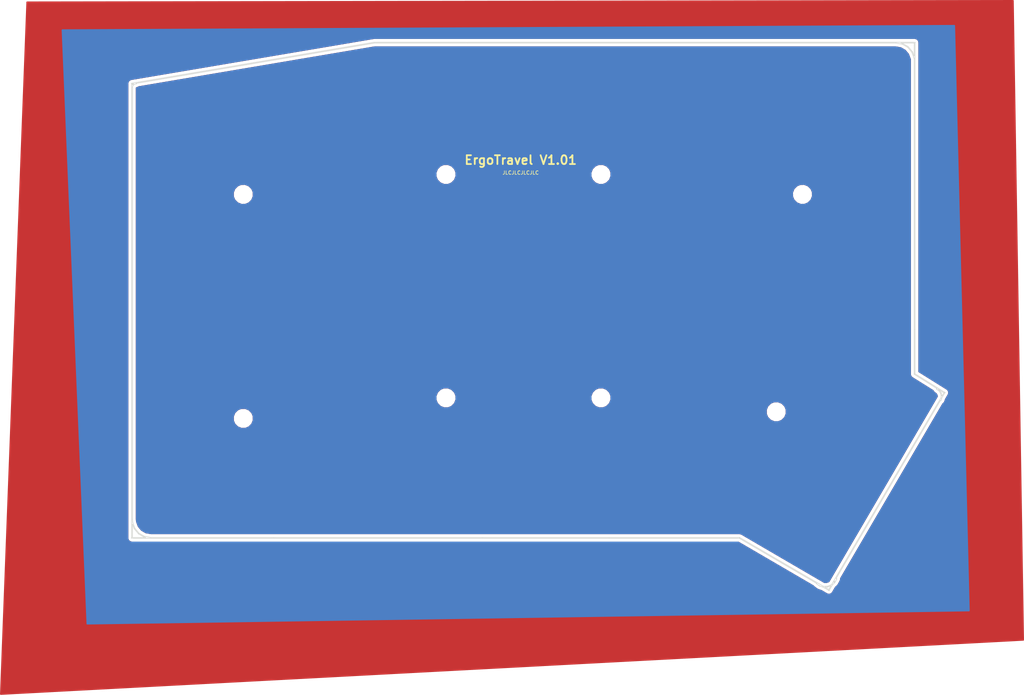
<source format=kicad_pcb>
(kicad_pcb (version 4) (host pcbnew 4.0.7)

  (general
    (links 0)
    (no_connects 0)
    (area 74.884999 46.149999 213.565001 139.745001)
    (thickness 1.6)
    (drawings 257)
    (tracks 0)
    (zones 0)
    (modules 8)
    (nets 1)
  )

  (page A4)
  (layers
    (0 F.Cu signal)
    (31 B.Cu signal)
    (32 B.Adhes user)
    (33 F.Adhes user)
    (34 B.Paste user)
    (35 F.Paste user)
    (36 B.SilkS user)
    (37 F.SilkS user)
    (38 B.Mask user)
    (39 F.Mask user)
    (40 Dwgs.User user)
    (41 Cmts.User user)
    (42 Eco1.User user)
    (43 Eco2.User user)
    (44 Edge.Cuts user)
    (45 Margin user)
    (46 B.CrtYd user)
    (47 F.CrtYd user)
    (48 B.Fab user)
    (49 F.Fab user)
  )

  (setup
    (last_trace_width 0.25)
    (trace_clearance 0.2)
    (zone_clearance 0.508)
    (zone_45_only no)
    (trace_min 0.2)
    (segment_width 0.2)
    (edge_width 0.15)
    (via_size 0.6)
    (via_drill 0.4)
    (via_min_size 0.4)
    (via_min_drill 0.3)
    (uvia_size 0.3)
    (uvia_drill 0.1)
    (uvias_allowed no)
    (uvia_min_size 0.2)
    (uvia_min_drill 0.1)
    (pcb_text_width 0.3)
    (pcb_text_size 1.5 1.5)
    (mod_edge_width 0.15)
    (mod_text_size 1 1)
    (mod_text_width 0.15)
    (pad_size 2.2 2.2)
    (pad_drill 2.2)
    (pad_to_mask_clearance 0.2)
    (aux_axis_origin 0 0)
    (visible_elements 7FFFFFFF)
    (pcbplotparams
      (layerselection 0x010f0_80000001)
      (usegerberextensions false)
      (excludeedgelayer true)
      (linewidth 0.100000)
      (plotframeref false)
      (viasonmask false)
      (mode 1)
      (useauxorigin false)
      (hpglpennumber 1)
      (hpglpenspeed 20)
      (hpglpendiameter 15)
      (hpglpenoverlay 2)
      (psnegative false)
      (psa4output false)
      (plotreference true)
      (plotvalue true)
      (plotinvisibletext false)
      (padsonsilk false)
      (subtractmaskfromsilk false)
      (outputformat 1)
      (mirror false)
      (drillshape 0)
      (scaleselection 1)
      (outputdirectory Gerber/))
  )

  (net 0 "")

  (net_class Default "This is the default net class."
    (clearance 0.2)
    (trace_width 0.25)
    (via_dia 0.6)
    (via_drill 0.4)
    (uvia_dia 0.3)
    (uvia_drill 0.1)
  )

  (module Mounting_Holes:MountingHole_2.2mm_M2_DIN965 (layer F.Cu) (tedit 5ABA75EE) (tstamp 5AB9B032)
    (at 93.96 110.35)
    (descr "Mounting Hole 2.2mm, no annular, M2, DIN965")
    (tags "mounting hole 2.2mm no annular m2 din965")
    (attr virtual)
    (fp_text reference SCREW2 (at 0 -2.9) (layer F.SilkS) hide
      (effects (font (size 1 1) (thickness 0.15)))
    )
    (fp_text value MountingHole_2.2mm_M2_DIN965 (at 0 2.9) (layer F.Fab)
      (effects (font (size 1 1) (thickness 0.15)))
    )
    (fp_text user %R (at 0.3 0) (layer F.Fab)
      (effects (font (size 1 1) (thickness 0.15)))
    )
    (fp_circle (center 0 0) (end 1.9 0) (layer Cmts.User) (width 0.15))
    (fp_circle (center 0 0) (end 2.15 0) (layer F.CrtYd) (width 0.05))
    (pad 1 np_thru_hole circle (at 0 0) (size 2.2 2.2) (drill 2.2) (layers *.Cu *.Mask))
  )

  (module Mounting_Holes:MountingHole_2.2mm_M2_DIN965 (layer F.Cu) (tedit 5ABA75DF) (tstamp 5AB9B611)
    (at 93.96 72.15)
    (descr "Mounting Hole 2.2mm, no annular, M2, DIN965")
    (tags "mounting hole 2.2mm no annular m2 din965")
    (attr virtual)
    (fp_text reference SCREW1 (at 0 -2.9) (layer F.SilkS) hide
      (effects (font (size 1 1) (thickness 0.15)))
    )
    (fp_text value MountingHole_2.2mm_M2_DIN965 (at 0 2.9) (layer F.Fab)
      (effects (font (size 1 1) (thickness 0.15)))
    )
    (fp_text user %R (at 0.3 0) (layer F.Fab)
      (effects (font (size 1 1) (thickness 0.15)))
    )
    (fp_circle (center 0 0) (end 1.9 0) (layer Cmts.User) (width 0.15))
    (fp_circle (center 0 0) (end 2.15 0) (layer F.CrtYd) (width 0.05))
    (pad 1 np_thru_hole circle (at 0 0) (size 2.2 2.2) (drill 2.2) (layers *.Cu *.Mask))
  )

  (module Mounting_Holes:MountingHole_2.2mm_M2_DIN965 (layer F.Cu) (tedit 5ABA762B) (tstamp 5AB9B612)
    (at 184.78 109.22)
    (descr "Mounting Hole 2.2mm, no annular, M2, DIN965")
    (tags "mounting hole 2.2mm no annular m2 din965")
    (attr virtual)
    (fp_text reference SCREW6 (at 0 -2.9) (layer F.SilkS) hide
      (effects (font (size 1 1) (thickness 0.15)))
    )
    (fp_text value MountingHole_2.2mm_M2_DIN965 (at 0 2.9) (layer F.Fab)
      (effects (font (size 1 1) (thickness 0.15)))
    )
    (fp_text user %R (at 0.3 0) (layer F.Fab)
      (effects (font (size 1 1) (thickness 0.15)))
    )
    (fp_circle (center 0 0) (end 1.9 0) (layer Cmts.User) (width 0.15))
    (fp_circle (center 0 0) (end 2.15 0) (layer F.CrtYd) (width 0.05))
    (pad 1 np_thru_hole circle (at 0 0) (size 2.2 2.2) (drill 2.2) (layers *.Cu *.Mask))
  )

  (module Mounting_Holes:MountingHole_2.2mm_M2_DIN965 (layer F.Cu) (tedit 5ACF05E5) (tstamp 5AB9B614)
    (at 154.91 106.85)
    (descr "Mounting Hole 2.2mm, no annular, M2, DIN965")
    (tags "mounting hole 2.2mm no annular m2 din965")
    (attr virtual)
    (fp_text reference SCREW4 (at 0 -2.9) (layer F.SilkS) hide
      (effects (font (size 1 1) (thickness 0.15)))
    )
    (fp_text value MountingHole_2.2mm_M2_DIN965 (at 0 2.9) (layer F.Fab) hide
      (effects (font (size 1 1) (thickness 0.15)))
    )
    (fp_text user %R (at 0.3 0) (layer F.Fab)
      (effects (font (size 1 1) (thickness 0.15)))
    )
    (fp_circle (center 0 0) (end 1.9 0) (layer Cmts.User) (width 0.15))
    (fp_circle (center 0 0) (end 2.15 0) (layer F.CrtYd) (width 0.05))
    (pad 1 np_thru_hole circle (at 0 0) (size 2.2 2.2) (drill 2.2) (layers *.Cu *.Mask))
  )

  (module Mounting_Holes:MountingHole_2.2mm_M2_DIN965 (layer F.Cu) (tedit 5ABA761E) (tstamp 5AB9B615)
    (at 189.25 72.15)
    (descr "Mounting Hole 2.2mm, no annular, M2, DIN965")
    (tags "mounting hole 2.2mm no annular m2 din965")
    (attr virtual)
    (fp_text reference SCREW5 (at 0 -2.9) (layer F.SilkS) hide
      (effects (font (size 1 1) (thickness 0.15)))
    )
    (fp_text value MountingHole_2.2mm_M2_DIN965 (at 0 2.9) (layer F.Fab)
      (effects (font (size 1 1) (thickness 0.15)))
    )
    (fp_text user %R (at 0.3 0) (layer F.Fab)
      (effects (font (size 1 1) (thickness 0.15)))
    )
    (fp_circle (center 0 0) (end 1.9 0) (layer Cmts.User) (width 0.15))
    (fp_circle (center 0 0) (end 2.15 0) (layer F.CrtYd) (width 0.05))
    (pad 1 np_thru_hole circle (at 0 0) (size 2.2 2.2) (drill 2.2) (layers *.Cu *.Mask))
  )

  (module Mounting_Holes:MountingHole_2.2mm_M2_DIN965 (layer F.Cu) (tedit 5ABA75FB) (tstamp 5AB9B616)
    (at 128.5 68.75)
    (descr "Mounting Hole 2.2mm, no annular, M2, DIN965")
    (tags "mounting hole 2.2mm no annular m2 din965")
    (attr virtual)
    (fp_text reference SCREW3 (at 0 -2.9) (layer F.SilkS) hide
      (effects (font (size 1 1) (thickness 0.15)))
    )
    (fp_text value MountingHole_2.2mm_M2_DIN965 (at 0 2.9) (layer F.Fab)
      (effects (font (size 1 1) (thickness 0.15)))
    )
    (fp_text user %R (at 0.3 0) (layer F.Fab)
      (effects (font (size 1 1) (thickness 0.15)))
    )
    (fp_circle (center 0 0) (end 1.9 0) (layer Cmts.User) (width 0.15))
    (fp_circle (center 0 0) (end 2.15 0) (layer F.CrtYd) (width 0.05))
    (pad 1 np_thru_hole circle (at 0 0) (size 2.2 2.2) (drill 2.2) (layers *.Cu *.Mask))
  )

  (module Mounting_Holes:MountingHole_2.2mm_M2_DIN965 (layer F.Cu) (tedit 5ACF0598) (tstamp 5ACF056B)
    (at 128.5 106.85)
    (descr "Mounting Hole 2.2mm, no annular, M2, DIN965")
    (tags "mounting hole 2.2mm no annular m2 din965")
    (attr virtual)
    (fp_text reference SCREW7 (at 0 -2.9) (layer F.SilkS) hide
      (effects (font (size 1 1) (thickness 0.15)))
    )
    (fp_text value MountingHole_2.2mm_M2_DIN965 (at 0 2.9) (layer F.Fab) hide
      (effects (font (size 1 1) (thickness 0.15)))
    )
    (fp_text user %R (at 0.3 0) (layer F.Fab) hide
      (effects (font (size 1 1) (thickness 0.15)))
    )
    (fp_circle (center 0 0) (end 1.9 0) (layer Cmts.User) (width 0.15))
    (fp_circle (center 0 0) (end 2.15 0) (layer F.CrtYd) (width 0.05))
    (pad 1 np_thru_hole circle (at 0 0) (size 2.2 2.2) (drill 2.2) (layers *.Cu *.Mask))
  )

  (module Mounting_Holes:MountingHole_2.2mm_M2_DIN965 (layer F.Cu) (tedit 5ACF05B7) (tstamp 5ACF0578)
    (at 154.91 68.75)
    (descr "Mounting Hole 2.2mm, no annular, M2, DIN965")
    (tags "mounting hole 2.2mm no annular m2 din965")
    (attr virtual)
    (fp_text reference SCREW8 (at 0 -2.9) (layer F.SilkS) hide
      (effects (font (size 1 1) (thickness 0.15)))
    )
    (fp_text value MountingHole_2.2mm_M2_DIN965 (at 0 2.9) (layer F.Fab) hide
      (effects (font (size 1 1) (thickness 0.15)))
    )
    (fp_text user %R (at 0.3 0) (layer F.Fab)
      (effects (font (size 1 1) (thickness 0.15)))
    )
    (fp_circle (center 0 0) (end 1.9 0) (layer Cmts.User) (width 0.15))
    (fp_circle (center 0 0) (end 2.15 0) (layer F.CrtYd) (width 0.05))
    (pad 1 np_thru_hole circle (at 0 0) (size 2.2 2.2) (drill 2.2) (layers *.Cu *.Mask))
  )

  (gr_text "ErgoTravel V1.01" (at 141.224 66.294) (layer F.SilkS)
    (effects (font (size 1.5 1.5) (thickness 0.3)))
  )
  (gr_text JLCJLCJLCJLC (at 141.224 68.453) (layer F.SilkS)
    (effects (font (size 0.6 0.6) (thickness 0.1)))
  )
  (gr_line (start 206.284 46.3926) (end 206.308 46.4015) (layer Edge.Cuts) (width 0.1))
  (gr_line (start 207.283 46.9696) (end 207.992 47.8143) (layer Edge.Cuts) (width 0.1))
  (gr_line (start 208.285 48.5793) (end 208.285 46.35) (layer Edge.Cuts) (width 0.1))
  (gr_line (start 207.998 47.8252) (end 208.005 47.836) (layer Edge.Cuts) (width 0.1))
  (gr_line (start 207.263 46.9529) (end 207.283 46.9696) (layer Edge.Cuts) (width 0.1))
  (gr_line (start 75.275 53.2912) (end 75.085 53.3234) (layer Edge.Cuts) (width 0.1))
  (gr_line (start 206.308 46.4015) (end 206.308 46.4015) (layer Edge.Cuts) (width 0.1))
  (gr_line (start 208.285 46.35) (end 206.042 46.35) (layer Edge.Cuts) (width 0.1))
  (gr_line (start 208.005 47.836) (end 208.285 48.5793) (layer Edge.Cuts) (width 0.1))
  (gr_line (start 207.992 47.8143) (end 207.998 47.8252) (layer Edge.Cuts) (width 0.1))
  (gr_line (start 206.042 46.35) (end 206.284 46.3926) (layer Edge.Cuts) (width 0.1))
  (gr_line (start 207.283 46.9696) (end 207.283 46.9696) (layer Edge.Cuts) (width 0.1))
  (gr_line (start 206.308 46.4015) (end 207.263 46.9529) (layer Edge.Cuts) (width 0.1))
  (gr_line (start 207.869 47.9009) (end 207.177 47.0761) (layer Edge.Cuts) (width 0.1))
  (gr_line (start 208.241 48.8762) (end 208.228 48.8538) (layer Edge.Cuts) (width 0.1))
  (gr_line (start 208.289 102.813) (end 208.287 102.802) (layer Edge.Cuts) (width 0.1))
  (gr_line (start 212.095 105.321) (end 212.103 105.296) (layer Edge.Cuts) (width 0.1))
  (gr_line (start 208.301 102.836) (end 208.295 102.826) (layer Edge.Cuts) (width 0.1))
  (gr_line (start 212.611 105.564) (end 212.611 105.564) (layer Edge.Cuts) (width 0.1))
  (gr_line (start 75.085 130.655) (end 77.3277 130.655) (layer Edge.Cuts) (width 0.1))
  (gr_line (start 194.616 138.296) (end 194.633 138.281) (layer Edge.Cuts) (width 0.1))
  (gr_line (start 208.295 102.826) (end 208.29 102.816) (layer Edge.Cuts) (width 0.1))
  (gr_line (start 75.3649 129.168) (end 75.085 128.399) (layer Edge.Cuts) (width 0.1))
  (gr_line (start 76.0867 130.035) (end 76.0867 130.035) (layer Edge.Cuts) (width 0.1))
  (gr_line (start 212.118 105.276) (end 212.14 105.261) (layer Edge.Cuts) (width 0.1))
  (gr_line (start 75.085 53.3234) (end 75.085 53.4642) (layer Edge.Cuts) (width 0.1))
  (gr_line (start 212.629 105.582) (end 212.9 105.994) (layer Edge.Cuts) (width 0.1))
  (gr_line (start 208.302 102.837) (end 208.301 102.836) (layer Edge.Cuts) (width 0.1))
  (gr_line (start 213.025 106.497) (end 213.025 106.498) (layer Edge.Cuts) (width 0.1))
  (gr_line (start 208.262 48.8927) (end 208.241 48.8762) (layer Edge.Cuts) (width 0.1))
  (gr_line (start 212.9 105.994) (end 212.904 106.003) (layer Edge.Cuts) (width 0.1))
  (gr_line (start 76.0867 130.035) (end 75.3779 129.191) (layer Edge.Cuts) (width 0.1))
  (gr_line (start 194.633 138.281) (end 194.735 138.093) (layer Edge.Cuts) (width 0.1))
  (gr_line (start 116.291 46.35) (end 75.707 53.2181) (layer Edge.Cuts) (width 0.1))
  (gr_line (start 212.097 105.347) (end 212.095 105.321) (layer Edge.Cuts) (width 0.1))
  (gr_line (start 132.16 46.35) (end 116.291 46.35) (layer Edge.Cuts) (width 0.1))
  (gr_line (start 212.911 106.018) (end 213.025 106.497) (layer Edge.Cuts) (width 0.1))
  (gr_line (start 208.228 48.8538) (end 207.869 47.9009) (layer Edge.Cuts) (width 0.1))
  (gr_line (start 75.0936 53.4493) (end 75.1104 53.4294) (layer Edge.Cuts) (width 0.1))
  (gr_line (start 76.1066 130.052) (end 76.0867 130.035) (layer Edge.Cuts) (width 0.1))
  (gr_line (start 208.29 102.816) (end 208.289 102.814) (layer Edge.Cuts) (width 0.1))
  (gr_line (start 212.629 105.582) (end 212.629 105.582) (layer Edge.Cuts) (width 0.1))
  (gr_line (start 212.368 105.383) (end 212.611 105.564) (layer Edge.Cuts) (width 0.1))
  (gr_line (start 207.177 47.0761) (end 206.245 46.538) (layer Edge.Cuts) (width 0.1))
  (gr_line (start 213.338 105.99) (end 212.368 105.383) (layer Edge.Cuts) (width 0.1))
  (gr_line (start 212.904 106.003) (end 212.911 106.018) (layer Edge.Cuts) (width 0.1))
  (gr_line (start 77.0861 130.612) (end 77.0616 130.603) (layer Edge.Cuts) (width 0.1))
  (gr_line (start 77.0616 130.603) (end 76.1066 130.052) (layer Edge.Cuts) (width 0.1))
  (gr_line (start 212.163 105.256) (end 208.32 102.854) (layer Edge.Cuts) (width 0.1))
  (gr_line (start 75.085 128.399) (end 75.085 130.655) (layer Edge.Cuts) (width 0.1))
  (gr_line (start 205.178 46.35) (end 132.16 46.35) (layer Edge.Cuts) (width 0.1))
  (gr_line (start 208.285 95.17) (end 208.285 48.9009) (layer Edge.Cuts) (width 0.1))
  (gr_line (start 208.287 102.802) (end 208.285 102.79) (layer Edge.Cuts) (width 0.1))
  (gr_line (start 208.303 102.838) (end 208.302 102.837) (layer Edge.Cuts) (width 0.1))
  (gr_line (start 208.32 102.854) (end 208.312 102.846) (layer Edge.Cuts) (width 0.1))
  (gr_line (start 212.125 105.39) (end 212.107 105.371) (layer Edge.Cuts) (width 0.1))
  (gr_line (start 212.103 105.296) (end 212.118 105.276) (layer Edge.Cuts) (width 0.1))
  (gr_line (start 212.14 105.261) (end 212.163 105.256) (layer Edge.Cuts) (width 0.1))
  (gr_line (start 75.1104 53.4294) (end 75.275 53.2912) (layer Edge.Cuts) (width 0.1))
  (gr_line (start 75.1104 53.4294) (end 75.1104 53.4294) (layer Edge.Cuts) (width 0.1))
  (gr_line (start 75.3779 129.191) (end 75.3649 129.168) (layer Edge.Cuts) (width 0.1))
  (gr_line (start 75.085 53.4642) (end 75.0936 53.4493) (layer Edge.Cuts) (width 0.1))
  (gr_line (start 213.027 106.523) (end 213.338 105.99) (layer Edge.Cuts) (width 0.1))
  (gr_line (start 194.735 138.093) (end 194.616 138.296) (layer Edge.Cuts) (width 0.1))
  (gr_line (start 208.285 102.79) (end 208.285 95.17) (layer Edge.Cuts) (width 0.1))
  (gr_line (start 213.025 106.498) (end 213.027 106.523) (layer Edge.Cuts) (width 0.1))
  (gr_line (start 208.289 102.814) (end 208.289 102.813) (layer Edge.Cuts) (width 0.1))
  (gr_line (start 212.616 105.569) (end 212.629 105.582) (layer Edge.Cuts) (width 0.1))
  (gr_line (start 206.245 46.538) (end 205.178 46.35) (layer Edge.Cuts) (width 0.1))
  (gr_line (start 212.611 105.564) (end 212.616 105.569) (layer Edge.Cuts) (width 0.1))
  (gr_line (start 208.285 48.9009) (end 208.262 48.8927) (layer Edge.Cuts) (width 0.1))
  (gr_line (start 75.3779 129.191) (end 75.3779 129.191) (layer Edge.Cuts) (width 0.1))
  (gr_line (start 77.3277 130.655) (end 77.0861 130.612) (layer Edge.Cuts) (width 0.1))
  (gr_line (start 208.312 102.846) (end 208.303 102.838) (layer Edge.Cuts) (width 0.1))
  (gr_line (start 212.107 105.371) (end 212.097 105.347) (layer Edge.Cuts) (width 0.1))
  (gr_line (start 212.511 105.676) (end 212.125 105.39) (layer Edge.Cuts) (width 0.1))
  (gr_line (start 193.768 139.694) (end 193.761 139.694) (layer Edge.Cuts) (width 0.1))
  (gr_line (start 75.707 53.2181) (end 75.7174 53.2406) (layer Edge.Cuts) (width 0.1))
  (gr_line (start 191.655 138.56) (end 191.637 138.541) (layer Edge.Cuts) (width 0.1))
  (gr_line (start 193.755 139.695) (end 193.748 139.694) (layer Edge.Cuts) (width 0.1))
  (gr_line (start 212.768 106.066) (end 212.511 105.676) (layer Edge.Cuts) (width 0.1))
  (gr_line (start 178.495 130.805) (end 156.29 130.805) (layer Edge.Cuts) (width 0.1))
  (gr_line (start 134.7 130.805) (end 99.14 130.805) (layer Edge.Cuts) (width 0.1))
  (gr_line (start 75.1321 128.09) (end 75.5013 129.104) (layer Edge.Cuts) (width 0.1))
  (gr_line (start 75.5511 53.3435) (end 75.3656 53.411) (layer Edge.Cuts) (width 0.1))
  (gr_line (start 192.837 138.991) (end 193.507 138.973) (layer Edge.Cuts) (width 0.1))
  (gr_line (start 212.876 106.519) (end 212.768 106.066) (layer Edge.Cuts) (width 0.1))
  (gr_line (start 192.811 138.982) (end 192.837 138.991) (layer Edge.Cuts) (width 0.1))
  (gr_line (start 178.534 130.658) (end 178.541 130.66) (layer Edge.Cuts) (width 0.1))
  (gr_line (start 156.29 130.655) (end 178.515 130.655) (layer Edge.Cuts) (width 0.1))
  (gr_line (start 78.1916 130.655) (end 99.14 130.655) (layer Edge.Cuts) (width 0.1))
  (gr_line (start 77.1251 130.467) (end 78.1916 130.655) (layer Edge.Cuts) (width 0.1))
  (gr_line (start 75.6767 53.328) (end 75.6515 53.3347) (layer Edge.Cuts) (width 0.1))
  (gr_line (start 193.735 139.692) (end 193.729 139.69) (layer Edge.Cuts) (width 0.1))
  (gr_line (start 193.55 139.117) (end 193.525 139.122) (layer Edge.Cuts) (width 0.1))
  (gr_line (start 191.626 138.491) (end 191.632 138.469) (layer Edge.Cuts) (width 0.1))
  (gr_line (start 193.774 139.692) (end 193.768 139.694) (layer Edge.Cuts) (width 0.1))
  (gr_line (start 75.085 127.552) (end 75.1321 128.09) (layer Edge.Cuts) (width 0.1))
  (gr_line (start 178.528 130.656) (end 178.534 130.658) (layer Edge.Cuts) (width 0.1))
  (gr_line (start 212.839 106.844) (end 212.876 106.519) (layer Edge.Cuts) (width 0.1))
  (gr_line (start 193.748 139.694) (end 193.742 139.694) (layer Edge.Cuts) (width 0.1))
  (gr_line (start 178.541 130.66) (end 178.546 130.663) (layer Edge.Cuts) (width 0.1))
  (gr_line (start 194.131 138.726) (end 194.255 138.616) (layer Edge.Cuts) (width 0.1))
  (gr_line (start 134.7 130.655) (end 156.29 130.655) (layer Edge.Cuts) (width 0.1))
  (gr_line (start 75.085 53.9016) (end 75.085 127.552) (layer Edge.Cuts) (width 0.1))
  (gr_line (start 192.749 139.12) (end 192.14 138.917) (layer Edge.Cuts) (width 0.1))
  (gr_line (start 193.729 139.69) (end 193.723 139.687) (layer Edge.Cuts) (width 0.1))
  (gr_line (start 99.14 130.655) (end 134.7 130.655) (layer Edge.Cuts) (width 0.1))
  (gr_line (start 76.1931 129.929) (end 77.1251 130.467) (layer Edge.Cuts) (width 0.1))
  (gr_line (start 191.632 138.469) (end 178.495 130.805) (layer Edge.Cuts) (width 0.1))
  (gr_line (start 193.072 139.135) (end 193.728 139.517) (layer Edge.Cuts) (width 0.1))
  (gr_line (start 193.742 139.694) (end 193.735 139.692) (layer Edge.Cuts) (width 0.1))
  (gr_line (start 75.7174 53.2406) (end 75.7197 53.2665) (layer Edge.Cuts) (width 0.1))
  (gr_line (start 178.553 130.665) (end 192.811 138.982) (layer Edge.Cuts) (width 0.1))
  (gr_line (start 75.698 53.313) (end 75.6767 53.328) (layer Edge.Cuts) (width 0.1))
  (gr_line (start 178.522 130.656) (end 178.528 130.656) (layer Edge.Cuts) (width 0.1))
  (gr_line (start 178.515 130.655) (end 178.522 130.656) (layer Edge.Cuts) (width 0.1))
  (gr_line (start 194.086 138.905) (end 193.55 139.117) (layer Edge.Cuts) (width 0.1))
  (gr_line (start 193.525 139.122) (end 193.072 139.135) (layer Edge.Cuts) (width 0.1))
  (gr_line (start 191.627 138.517) (end 191.626 138.491) (layer Edge.Cuts) (width 0.1))
  (gr_line (start 193.761 139.694) (end 193.755 139.695) (layer Edge.Cuts) (width 0.1))
  (gr_line (start 192.119 138.906) (end 191.655 138.56) (layer Edge.Cuts) (width 0.1))
  (gr_line (start 194.255 138.616) (end 212.839 106.844) (layer Edge.Cuts) (width 0.1))
  (gr_line (start 193.507 138.973) (end 194.131 138.726) (layer Edge.Cuts) (width 0.1))
  (gr_line (start 75.2169 53.5358) (end 75.1199 53.7039) (layer Edge.Cuts) (width 0.1))
  (gr_line (start 178.546 130.663) (end 178.553 130.665) (layer Edge.Cuts) (width 0.1))
  (gr_line (start 75.5013 129.104) (end 76.1931 129.929) (layer Edge.Cuts) (width 0.1))
  (gr_line (start 191.637 138.541) (end 191.627 138.517) (layer Edge.Cuts) (width 0.1))
  (gr_line (start 192.14 138.917) (end 192.13 138.911) (layer Edge.Cuts) (width 0.1))
  (gr_line (start 75.1199 53.7039) (end 75.085 53.9016) (layer Edge.Cuts) (width 0.1))
  (gr_line (start 75.3656 53.411) (end 75.2169 53.5358) (layer Edge.Cuts) (width 0.1))
  (gr_line (start 156.29 130.805) (end 134.7 130.805) (layer Edge.Cuts) (width 0.1))
  (gr_line (start 192.13 138.911) (end 192.119 138.906) (layer Edge.Cuts) (width 0.1))
  (gr_line (start 193.717 139.685) (end 192.749 139.12) (layer Edge.Cuts) (width 0.1))
  (gr_line (start 193.723 139.687) (end 193.717 139.685) (layer Edge.Cuts) (width 0.1))
  (gr_line (start 75.6515 53.3347) (end 75.5511 53.3435) (layer Edge.Cuts) (width 0.1))
  (gr_line (start 193.728 139.517) (end 194.086 138.905) (layer Edge.Cuts) (width 0.1))
  (gr_line (start 75.713 53.2917) (end 75.698 53.313) (layer Edge.Cuts) (width 0.1))
  (gr_line (start 75.7197 53.2665) (end 75.713 53.2917) (layer Edge.Cuts) (width 0.1))
  (gr_line (start 208.408 46.2175) (end 208.412 46.2226) (layer Edge.Cuts) (width 0.1))
  (gr_line (start 208.403 46.2143) (end 208.408 46.2175) (layer Edge.Cuts) (width 0.1))
  (gr_line (start 208.397 46.21) (end 208.403 46.2143) (layer Edge.Cuts) (width 0.1))
  (gr_line (start 212.861 107.285) (end 212.841 107.301) (layer Edge.Cuts) (width 0.1))
  (gr_line (start 213.514 105.952) (end 213.514 105.96) (layer Edge.Cuts) (width 0.1))
  (gr_line (start 213.511 105.942) (end 213.512 105.947) (layer Edge.Cuts) (width 0.1))
  (gr_line (start 208.421 46.2325) (end 208.425 46.2375) (layer Edge.Cuts) (width 0.1))
  (gr_line (start 212.875 107.263) (end 212.861 107.285) (layer Edge.Cuts) (width 0.1))
  (gr_line (start 208.432 46.2558) (end 208.434 46.262) (layer Edge.Cuts) (width 0.1))
  (gr_line (start 213.514 105.96) (end 213.515 105.968) (layer Edge.Cuts) (width 0.1))
  (gr_line (start 213.514 105.973) (end 213.514 105.978) (layer Edge.Cuts) (width 0.1))
  (gr_line (start 212.984 106.892) (end 212.97 107.013) (layer Edge.Cuts) (width 0.1))
  (gr_line (start 213.48 105.901) (end 213.484 105.905) (layer Edge.Cuts) (width 0.1))
  (gr_line (start 212.97 107.013) (end 212.968 107.023) (layer Edge.Cuts) (width 0.1))
  (gr_line (start 213.512 105.947) (end 213.514 105.952) (layer Edge.Cuts) (width 0.1))
  (gr_line (start 213.51 105.993) (end 213.507 105.998) (layer Edge.Cuts) (width 0.1))
  (gr_line (start 213.484 105.905) (end 213.489 105.908) (layer Edge.Cuts) (width 0.1))
  (gr_line (start 208.435 46.275) (end 208.435 95.17) (layer Edge.Cuts) (width 0.1))
  (gr_line (start 208.425 46.2375) (end 208.427 46.2437) (layer Edge.Cuts) (width 0.1))
  (gr_line (start 208.417 46.2268) (end 208.421 46.2325) (layer Edge.Cuts) (width 0.1))
  (gr_line (start 193.78 139.691) (end 193.774 139.692) (layer Edge.Cuts) (width 0.1))
  (gr_line (start 193.797 139.681) (end 193.792 139.685) (layer Edge.Cuts) (width 0.1))
  (gr_line (start 194.759 138.364) (end 194.743 138.384) (layer Edge.Cuts) (width 0.1))
  (gr_line (start 195.099 137.726) (end 195.091 137.751) (layer Edge.Cuts) (width 0.1))
  (gr_line (start 195.023 137.64) (end 195.049 137.644) (layer Edge.Cuts) (width 0.1))
  (gr_line (start 208.43 46.2493) (end 208.432 46.2558) (layer Edge.Cuts) (width 0.1))
  (gr_line (start 212.968 107.023) (end 212.966 107.032) (layer Edge.Cuts) (width 0.1))
  (gr_line (start 213.507 105.998) (end 213.505 106.003) (layer Edge.Cuts) (width 0.1))
  (gr_line (start 213.505 106.003) (end 212.984 106.892) (layer Edge.Cuts) (width 0.1))
  (gr_line (start 193.792 139.685) (end 193.786 139.687) (layer Edge.Cuts) (width 0.1))
  (gr_line (start 213.502 105.924) (end 213.505 105.928) (layer Edge.Cuts) (width 0.1))
  (gr_line (start 195.072 137.656) (end 195.089 137.676) (layer Edge.Cuts) (width 0.1))
  (gr_line (start 194.743 138.384) (end 194.373 138.712) (layer Edge.Cuts) (width 0.1))
  (gr_line (start 194.743 138.384) (end 194.743 138.384) (layer Edge.Cuts) (width 0.1))
  (gr_line (start 193.786 139.687) (end 193.78 139.691) (layer Edge.Cuts) (width 0.1))
  (gr_line (start 193.82 139.658) (end 193.816 139.663) (layer Edge.Cuts) (width 0.1))
  (gr_line (start 208.435 95.17) (end 208.435 102.748) (layer Edge.Cuts) (width 0.1))
  (gr_line (start 194.373 138.712) (end 193.82 139.658) (layer Edge.Cuts) (width 0.1))
  (gr_line (start 195.089 137.676) (end 195.098 137.7) (layer Edge.Cuts) (width 0.1))
  (gr_line (start 213.499 105.919) (end 213.502 105.924) (layer Edge.Cuts) (width 0.1))
  (gr_line (start 213.493 105.914) (end 213.499 105.919) (layer Edge.Cuts) (width 0.1))
  (gr_line (start 208.434 46.262) (end 208.434 46.2685) (layer Edge.Cuts) (width 0.1))
  (gr_line (start 195.091 137.751) (end 194.759 138.364) (layer Edge.Cuts) (width 0.1))
  (gr_line (start 193.803 139.678) (end 193.797 139.681) (layer Edge.Cuts) (width 0.1))
  (gr_line (start 193.807 139.673) (end 193.803 139.678) (layer Edge.Cuts) (width 0.1))
  (gr_line (start 193.812 139.668) (end 193.807 139.673) (layer Edge.Cuts) (width 0.1))
  (gr_line (start 193.816 139.663) (end 193.812 139.668) (layer Edge.Cuts) (width 0.1))
  (gr_line (start 194.997 137.645) (end 195.023 137.64) (layer Edge.Cuts) (width 0.1))
  (gr_line (start 194.997 137.646) (end 194.997 137.645) (layer Edge.Cuts) (width 0.1))
  (gr_line (start 212.753 107.288) (end 194.997 137.646) (layer Edge.Cuts) (width 0.1))
  (gr_line (start 212.766 107.299) (end 212.753 107.288) (layer Edge.Cuts) (width 0.1))
  (gr_line (start 212.816 107.309) (end 212.79 107.308) (layer Edge.Cuts) (width 0.1))
  (gr_line (start 208.427 46.2437) (end 208.43 46.2493) (layer Edge.Cuts) (width 0.1))
  (gr_line (start 213.508 105.935) (end 213.511 105.942) (layer Edge.Cuts) (width 0.1))
  (gr_line (start 212.841 107.301) (end 212.816 107.309) (layer Edge.Cuts) (width 0.1))
  (gr_line (start 213.505 105.928) (end 213.508 105.935) (layer Edge.Cuts) (width 0.1))
  (gr_line (start 213.514 105.978) (end 213.511 105.986) (layer Edge.Cuts) (width 0.1))
  (gr_line (start 213.515 105.968) (end 213.514 105.973) (layer Edge.Cuts) (width 0.1))
  (gr_line (start 212.966 107.032) (end 212.875 107.263) (layer Edge.Cuts) (width 0.1))
  (gr_line (start 213.511 105.986) (end 213.51 105.993) (layer Edge.Cuts) (width 0.1))
  (gr_line (start 213.489 105.908) (end 213.493 105.914) (layer Edge.Cuts) (width 0.1))
  (gr_line (start 208.434 46.2685) (end 208.435 46.275) (layer Edge.Cuts) (width 0.1))
  (gr_line (start 208.435 102.748) (end 213.48 105.901) (layer Edge.Cuts) (width 0.1))
  (gr_line (start 195.098 137.7) (end 195.099 137.726) (layer Edge.Cuts) (width 0.1))
  (gr_line (start 195.049 137.644) (end 195.072 137.656) (layer Edge.Cuts) (width 0.1))
  (gr_line (start 212.79 107.308) (end 212.766 107.299) (layer Edge.Cuts) (width 0.1))
  (gr_line (start 208.373 46.2011) (end 208.379 46.2034) (layer Edge.Cuts) (width 0.1))
  (gr_line (start 116.279 46.2011) (end 116.285 46.2) (layer Edge.Cuts) (width 0.1))
  (gr_line (start 74.9529 53.2114) (end 74.9627 53.2032) (layer Edge.Cuts) (width 0.1))
  (gr_line (start 75.0035 130.804) (end 74.997 130.804) (layer Edge.Cuts) (width 0.1))
  (gr_line (start 74.9618 130.787) (end 74.9576 130.782) (layer Edge.Cuts) (width 0.1))
  (gr_line (start 74.935 130.73) (end 74.935 53.26) (layer Edge.Cuts) (width 0.1))
  (gr_line (start 74.9727 53.195) (end 74.9729 53.1948) (layer Edge.Cuts) (width 0.1))
  (gr_line (start 74.935 53.26) (end 74.935 53.2597) (layer Edge.Cuts) (width 0.1))
  (gr_line (start 74.9675 130.791) (end 74.9618 130.787) (layer Edge.Cuts) (width 0.1))
  (gr_line (start 74.9725 130.795) (end 74.9675 130.791) (layer Edge.Cuts) (width 0.1))
  (gr_line (start 74.9843 130.8) (end 74.9787 130.797) (layer Edge.Cuts) (width 0.1))
  (gr_line (start 74.9908 130.802) (end 74.9843 130.8) (layer Edge.Cuts) (width 0.1))
  (gr_line (start 74.9384 130.749) (end 74.9361 130.743) (layer Edge.Cuts) (width 0.1))
  (gr_line (start 208.391 46.2078) (end 208.397 46.21) (layer Edge.Cuts) (width 0.1))
  (gr_line (start 74.9729 53.1948) (end 74.985 53.1905) (layer Edge.Cuts) (width 0.1))
  (gr_line (start 132.16 46.2) (end 208.36 46.2) (layer Edge.Cuts) (width 0.1))
  (gr_line (start 74.9462 53.2228) (end 74.9525 53.2118) (layer Edge.Cuts) (width 0.1))
  (gr_line (start 208.386 46.2045) (end 208.391 46.2078) (layer Edge.Cuts) (width 0.1))
  (gr_line (start 208.379 46.2034) (end 208.386 46.2045) (layer Edge.Cuts) (width 0.1))
  (gr_line (start 208.366 46.2011) (end 208.373 46.2011) (layer Edge.Cuts) (width 0.1))
  (gr_line (start 116.285 46.2) (end 132.16 46.2) (layer Edge.Cuts) (width 0.1))
  (gr_line (start 208.36 46.2) (end 208.366 46.2011) (layer Edge.Cuts) (width 0.1))
  (gr_line (start 74.9972 53.1861) (end 74.9975 53.1861) (layer Edge.Cuts) (width 0.1))
  (gr_line (start 74.985 53.1905) (end 74.997 53.1861) (layer Edge.Cuts) (width 0.1))
  (gr_line (start 74.9525 130.778) (end 74.9493 130.773) (layer Edge.Cuts) (width 0.1))
  (gr_line (start 74.9397 53.2339) (end 74.9462 53.2228) (layer Edge.Cuts) (width 0.1))
  (gr_line (start 74.9361 130.736) (end 74.935 130.73) (layer Edge.Cuts) (width 0.1))
  (gr_line (start 74.997 53.1861) (end 74.9972 53.1861) (layer Edge.Cuts) (width 0.1))
  (gr_line (start 116.272 46.2011) (end 116.279 46.2011) (layer Edge.Cuts) (width 0.1))
  (gr_line (start 74.9975 53.1861) (end 116.272 46.2011) (layer Edge.Cuts) (width 0.1))
  (gr_line (start 74.9725 53.195) (end 74.9727 53.195) (layer Edge.Cuts) (width 0.1))
  (gr_line (start 74.9627 53.2032) (end 74.9725 53.195) (layer Edge.Cuts) (width 0.1))
  (gr_line (start 74.997 130.804) (end 74.9908 130.802) (layer Edge.Cuts) (width 0.1))
  (gr_line (start 74.9527 53.2116) (end 74.9529 53.2114) (layer Edge.Cuts) (width 0.1))
  (gr_line (start 99.14 130.805) (end 75.01 130.805) (layer Edge.Cuts) (width 0.1))
  (gr_line (start 74.9525 53.2118) (end 74.9527 53.2116) (layer Edge.Cuts) (width 0.1))
  (gr_line (start 74.9397 53.2341) (end 74.9397 53.2339) (layer Edge.Cuts) (width 0.1))
  (gr_line (start 74.9395 53.2343) (end 74.9397 53.2341) (layer Edge.Cuts) (width 0.1))
  (gr_line (start 74.9373 53.2468) (end 74.9395 53.2343) (layer Edge.Cuts) (width 0.1))
  (gr_line (start 74.935 53.2595) (end 74.9373 53.2468) (layer Edge.Cuts) (width 0.1))
  (gr_line (start 74.9361 130.743) (end 74.9361 130.736) (layer Edge.Cuts) (width 0.1))
  (gr_line (start 74.935 53.2597) (end 74.935 53.2595) (layer Edge.Cuts) (width 0.1))
  (gr_line (start 74.945 130.767) (end 74.9428 130.761) (layer Edge.Cuts) (width 0.1))
  (gr_line (start 75.01 130.805) (end 75.0035 130.804) (layer Edge.Cuts) (width 0.1))
  (gr_line (start 74.9493 130.773) (end 74.945 130.767) (layer Edge.Cuts) (width 0.1))
  (gr_line (start 74.9787 130.797) (end 74.9725 130.795) (layer Edge.Cuts) (width 0.1))
  (gr_line (start 74.9395 130.756) (end 74.9384 130.749) (layer Edge.Cuts) (width 0.1))
  (gr_line (start 74.9428 130.761) (end 74.9395 130.756) (layer Edge.Cuts) (width 0.1))
  (gr_line (start 74.9576 130.782) (end 74.9525 130.778) (layer Edge.Cuts) (width 0.1))
  (gr_line (start 208.412 46.2226) (end 208.417 46.2268) (layer Edge.Cuts) (width 0.1))

  (zone (net 0) (net_name "") (layer F.Cu) (tstamp 0) (hatch edge 0.508)
    (connect_pads (clearance 0.508))
    (min_thickness 0.254)
    (fill yes (arc_segments 16) (thermal_gap 0.508) (thermal_bridge_width 0.508))
    (polygon
      (pts
        (xy 57 39.25) (xy 52.5 157.5) (xy 227 148.25) (xy 225.25 39)
      )
    )
    (filled_polygon
      (pts
        (xy 226.871056 148.129657) (xy 52.632198 157.365814) (xy 56.59396 53.2595) (xy 74.25 53.2595) (xy 74.25 130.73)
        (xy 74.251147 130.735765) (xy 74.2511 130.736) (xy 74.2511 130.743) (xy 74.262063 130.798114) (xy 74.26123 130.853525)
        (xy 74.26233 130.859525) (xy 74.262383 130.859658) (xy 74.262804 130.862338) (xy 74.266984 130.87371) (xy 74.266915 130.885822)
        (xy 74.277554 130.911924) (xy 74.277903 130.922581) (xy 74.289705 130.948626) (xy 74.296484 130.988186) (xy 74.298784 130.994186)
        (xy 74.299416 130.995188) (xy 74.29967 130.996814) (xy 74.30187 131.002815) (xy 74.303222 131.00503) (xy 74.303243 131.005138)
        (xy 74.303751 131.005899) (xy 74.333479 131.054626) (xy 74.355009 131.113204) (xy 74.355539 131.113779) (xy 74.355674 131.11419)
        (xy 74.363898 131.123771) (xy 74.367793 131.133327) (xy 74.370394 131.137267) (xy 74.372344 131.142252) (xy 74.375544 131.147252)
        (xy 74.383431 131.155456) (xy 74.38822 131.166025) (xy 74.39252 131.172026) (xy 74.418878 131.19671) (xy 74.433092 131.222587)
        (xy 74.437292 131.227587) (xy 74.440632 131.230265) (xy 74.441068 131.230979) (xy 74.446125 131.234668) (xy 74.487707 131.268005)
        (xy 74.51833 131.30368) (xy 74.528732 131.316818) (xy 74.531501 131.318361) (xy 74.53486 131.320995) (xy 74.535905 131.321524)
        (xy 74.539584 131.325895) (xy 74.544584 131.329895) (xy 74.557612 131.336651) (xy 74.560769 131.339935) (xy 74.560976 131.340026)
        (xy 74.568318 131.347711) (xy 74.574018 131.351711) (xy 74.614269 131.369472) (xy 74.645823 131.394769) (xy 74.649 131.395693)
        (xy 74.655228 131.400814) (xy 74.660828 131.403814) (xy 74.705974 131.417555) (xy 74.734862 131.436857) (xy 74.749298 131.439728)
        (xy 74.762203 131.44692) (xy 74.768403 131.448921) (xy 74.772357 131.44938) (xy 74.780503 131.45392) (xy 74.782707 131.454631)
        (xy 74.782851 131.454709) (xy 74.784924 131.455347) (xy 74.786703 131.455921) (xy 74.786843 131.455937) (xy 74.789351 131.456709)
        (xy 74.824397 131.460301) (xy 74.850794 131.463369) (xy 74.899341 131.481035) (xy 74.90584 131.482035) (xy 74.91632 131.481577)
        (xy 74.916521 131.481638) (xy 74.917823 131.481511) (xy 74.951866 131.480022) (xy 74.997 131.489) (xy 75.0035 131.489)
        (xy 75.004236 131.488854) (xy 75.01 131.49) (xy 178.309795 131.49) (xy 191.10264 138.953223) (xy 191.139722 139.012105)
        (xy 191.157723 139.031105) (xy 191.205946 139.065247) (xy 191.245516 139.109134) (xy 191.709516 139.455134) (xy 191.752409 139.475558)
        (xy 191.77757 139.498383) (xy 191.78757 139.504383) (xy 191.813252 139.513585) (xy 191.835545 139.529601) (xy 191.846545 139.534601)
        (xy 191.880973 139.542672) (xy 191.923384 139.566848) (xy 192.46502 139.747393) (xy 193.371696 140.2766) (xy 193.399081 140.286041)
        (xy 193.416659 140.299683) (xy 193.422659 140.302683) (xy 193.458283 140.312439) (xy 193.479862 140.326857) (xy 193.489852 140.328844)
        (xy 193.500384 140.334848) (xy 193.506384 140.336848) (xy 193.507331 140.336967) (xy 193.512384 140.339848) (xy 193.518384 140.341848)
        (xy 193.533376 140.343738) (xy 193.546816 140.350644) (xy 193.553816 140.352644) (xy 193.584578 140.355171) (xy 193.60047 140.362342)
        (xy 193.622399 140.363026) (xy 193.624376 140.363708) (xy 193.626806 140.36356) (xy 193.651126 140.372115) (xy 193.658126 140.373115)
        (xy 193.676246 140.372127) (xy 193.680441 140.373276) (xy 193.697145 140.37117) (xy 193.719441 140.377276) (xy 193.727944 140.376204)
        (xy 193.742 140.379) (xy 193.748 140.379) (xy 193.7545 140.377707) (xy 193.761 140.379) (xy 193.768 140.379)
        (xy 193.799186 140.372797) (xy 193.820193 140.374522) (xy 193.835297 140.369671) (xy 193.867613 140.37068) (xy 193.873614 140.36968)
        (xy 193.879491 140.367458) (xy 193.886613 140.36768) (xy 193.892614 140.36668) (xy 193.902436 140.362966) (xy 193.912934 140.362977)
        (xy 193.923398 140.358656) (xy 193.925004 140.358568) (xy 193.933655 140.354419) (xy 193.948109 140.34845) (xy 193.984616 140.343848)
        (xy 193.990616 140.341848) (xy 193.99847 140.337371) (xy 194.002616 140.336848) (xy 194.008616 140.334848) (xy 194.018612 140.32915)
        (xy 194.030138 140.326857) (xy 194.058357 140.308001) (xy 194.069138 140.305857) (xy 194.076258 140.3011) (xy 194.103341 140.293683)
        (xy 194.109341 140.290683) (xy 194.120256 140.282212) (xy 194.133422 140.278038) (xy 194.138623 140.27366) (xy 194.142613 140.272151)
        (xy 194.150265 140.264962) (xy 194.15997 140.260954) (xy 194.16597 140.256955) (xy 194.184923 140.238041) (xy 194.219916 140.219895)
        (xy 194.224916 140.215895) (xy 194.231953 140.207536) (xy 194.240813 140.202485) (xy 194.25909 140.178935) (xy 194.291368 140.157368)
        (xy 194.296368 140.152368) (xy 194.305858 140.138165) (xy 194.320485 140.126813) (xy 194.327325 140.114813) (xy 194.337895 140.105916)
        (xy 194.341895 140.100916) (xy 194.342623 140.099512) (xy 194.346895 140.095916) (xy 194.354895 140.085916) (xy 194.37803 140.041303)
        (xy 194.411371 140.003696) (xy 194.909203 139.152069) (xy 195.197401 138.896587) (xy 195.210018 138.879961) (xy 195.227368 138.868368)
        (xy 195.248624 138.836556) (xy 195.277895 138.811916) (xy 195.293895 138.791916) (xy 195.322144 138.737441) (xy 195.361332 138.690222)
        (xy 195.693332 138.077222) (xy 195.7123 138.01591) (xy 195.739546 137.966745) (xy 195.741464 137.963621) (xy 195.741539 137.963148)
        (xy 195.743411 137.959771) (xy 195.751411 137.934771) (xy 195.759569 137.863112) (xy 195.772322 137.821887) (xy 195.769267 137.789018)
        (xy 195.773679 137.761313) (xy 195.782605 137.723237) (xy 195.781153 137.714375) (xy 195.783494 137.699673) (xy 195.782494 137.673673)
        (xy 195.781573 137.669822) (xy 195.781642 137.669213) (xy 195.780348 137.664703) (xy 195.780138 137.663825) (xy 213.20747 107.867759)
        (xy 213.223582 107.859404) (xy 213.254182 107.845921) (xy 213.258708 107.841189) (xy 213.268916 107.835895) (xy 213.288916 107.819895)
        (xy 213.34226 107.756525) (xy 213.367735 107.738853) (xy 213.390666 107.703204) (xy 213.438908 107.65276) (xy 213.452908 107.63076)
        (xy 213.457002 107.620217) (xy 213.461038 107.615422) (xy 213.47071 107.584914) (xy 213.476729 107.569414) (xy 213.51233 107.514069)
        (xy 213.60333 107.283069) (xy 213.612933 107.229973) (xy 213.634688 107.180597) (xy 213.636688 107.171597) (xy 213.636853 107.164187)
        (xy 213.639698 107.15734) (xy 213.641698 107.14734) (xy 213.641722 107.12448) (xy 214.095988 106.34935) (xy 214.097298 106.345572)
        (xy 214.097383 106.34543) (xy 214.098069 106.343515) (xy 214.099425 106.342003) (xy 214.115272 106.296953) (xy 214.141007 106.257403)
        (xy 214.143006 106.252403) (xy 214.144685 106.243388) (xy 214.146857 106.240138) (xy 214.148235 106.233212) (xy 214.152385 106.22652)
        (xy 214.155385 106.21852) (xy 214.162398 106.17572) (xy 214.175484 106.149617) (xy 214.177028 106.128209) (xy 214.185698 106.10734)
        (xy 214.186698 106.10234) (xy 214.186704 106.09615) (xy 214.187539 106.093821) (xy 214.18744 106.091792) (xy 214.188115 106.089874)
        (xy 214.189115 106.082874) (xy 214.186763 106.039731) (xy 214.186764 106.039516) (xy 214.199 105.978) (xy 214.199 105.973)
        (xy 214.197707 105.9665) (xy 214.198632 105.961849) (xy 214.198949 105.960352) (xy 214.19894 105.960303) (xy 214.199 105.96)
        (xy 214.199 105.952) (xy 214.195659 105.935204) (xy 214.195949 105.933648) (xy 214.192303 105.916417) (xy 214.19471 105.883036)
        (xy 214.19371 105.875036) (xy 214.186956 105.854705) (xy 214.186977 105.835066) (xy 214.183713 105.827163) (xy 214.183698 105.81266)
        (xy 214.182698 105.80766) (xy 214.16955 105.776012) (xy 214.168568 105.757996) (xy 214.156613 105.733065) (xy 214.150006 105.697597)
        (xy 214.148007 105.692597) (xy 214.147134 105.691256) (xy 214.146857 105.689862) (xy 214.143201 105.684391) (xy 214.140614 105.672165)
        (xy 214.134614 105.658165) (xy 214.113357 105.627176) (xy 214.105525 105.600642) (xy 214.09524 105.587916) (xy 214.089383 105.57157)
        (xy 214.086383 105.56657) (xy 214.068044 105.546355) (xy 214.062954 105.53403) (xy 214.058954 105.52803) (xy 214.057675 105.526748)
        (xy 214.053 105.517) (xy 214.05 105.513) (xy 214.042074 105.505893) (xy 214.039384 105.500199) (xy 214.004623 105.468664)
        (xy 213.983426 105.437763) (xy 213.977037 105.433605) (xy 213.968368 105.420632) (xy 213.964368 105.416632) (xy 213.947942 105.405657)
        (xy 213.937526 105.392768) (xy 213.931526 105.387768) (xy 213.91701 105.379868) (xy 213.906802 105.368616) (xy 213.893693 105.362423)
        (xy 213.870161 105.338842) (xy 213.857236 105.333473) (xy 213.843039 105.320115) (xy 209.12 102.368333) (xy 209.12 46.275)
        (xy 209.118854 46.269236) (xy 209.119 46.2685) (xy 209.119 46.262) (xy 209.110022 46.216866) (xy 209.111511 46.182823)
        (xy 209.111638 46.181521) (xy 209.111577 46.18132) (xy 209.112035 46.17084) (xy 209.111035 46.164341) (xy 209.093369 46.115794)
        (xy 209.090301 46.089397) (xy 209.086709 46.054351) (xy 209.085937 46.051843) (xy 209.085921 46.051703) (xy 209.085347 46.049924)
        (xy 209.084709 46.047851) (xy 209.084631 46.047707) (xy 209.08392 46.045503) (xy 209.07938 46.037357) (xy 209.078921 46.033403)
        (xy 209.07692 46.027203) (xy 209.069728 46.014298) (xy 209.066857 45.999862) (xy 209.047555 45.970974) (xy 209.033814 45.925828)
        (xy 209.030814 45.920228) (xy 209.025693 45.914) (xy 209.024769 45.910823) (xy 208.999472 45.879269) (xy 208.981711 45.839018)
        (xy 208.977711 45.833318) (xy 208.970026 45.825976) (xy 208.969935 45.825769) (xy 208.966651 45.822612) (xy 208.959895 45.809584)
        (xy 208.955895 45.804584) (xy 208.951524 45.800905) (xy 208.950995 45.79986) (xy 208.948361 45.796501) (xy 208.946818 45.793732)
        (xy 208.93368 45.78333) (xy 208.898005 45.752707) (xy 208.864668 45.711125) (xy 208.860979 45.706068) (xy 208.860265 45.705632)
        (xy 208.857587 45.702292) (xy 208.852587 45.698092) (xy 208.82671 45.683878) (xy 208.802026 45.65752) (xy 208.796025 45.65322)
        (xy 208.785456 45.648431) (xy 208.777252 45.640544) (xy 208.772252 45.637344) (xy 208.767267 45.635394) (xy 208.763327 45.632793)
        (xy 208.753771 45.628898) (xy 208.74419 45.620674) (xy 208.743779 45.620539) (xy 208.743204 45.620009) (xy 208.684626 45.598479)
        (xy 208.635899 45.568751) (xy 208.635138 45.568243) (xy 208.63503 45.568222) (xy 208.632815 45.56687) (xy 208.626814 45.56467)
        (xy 208.625188 45.564416) (xy 208.624186 45.563784) (xy 208.618186 45.561484) (xy 208.578626 45.554705) (xy 208.552581 45.542903)
        (xy 208.541924 45.542554) (xy 208.515822 45.531915) (xy 208.50371 45.531984) (xy 208.492338 45.527804) (xy 208.489658 45.527383)
        (xy 208.489525 45.52733) (xy 208.483525 45.52623) (xy 208.428114 45.527063) (xy 208.373 45.5161) (xy 208.366 45.5161)
        (xy 208.365765 45.516147) (xy 208.36 45.515) (xy 116.285 45.515) (xy 116.279235 45.516147) (xy 116.279 45.5161)
        (xy 116.272 45.5161) (xy 116.216886 45.527063) (xy 116.192062 45.52669) (xy 116.1577 45.525703) (xy 74.883201 52.510703)
        (xy 74.824482 52.533074) (xy 74.779352 52.54013) (xy 74.767425 52.541419) (xy 74.765951 52.542225) (xy 74.761185 52.54297)
        (xy 74.752398 52.546192) (xy 74.743524 52.549346) (xy 74.738055 52.552608) (xy 74.734862 52.553243) (xy 74.726538 52.558805)
        (xy 74.710762 52.561943) (xy 74.710505 52.562114) (xy 74.710362 52.562143) (xy 74.660199 52.595661) (xy 74.633438 52.605856)
        (xy 74.611222 52.626832) (xy 74.53292 52.669648) (xy 74.51332 52.686048) (xy 74.499818 52.702824) (xy 74.488132 52.710632)
        (xy 74.484144 52.7166) (xy 74.468532 52.727032) (xy 74.468132 52.727432) (xy 74.417702 52.802907) (xy 74.369668 52.858064)
        (xy 74.361661 52.866433) (xy 74.361082 52.867922) (xy 74.358086 52.871363) (xy 74.353387 52.879568) (xy 74.348592 52.887756)
        (xy 74.346794 52.892947) (xy 74.345738 52.894259) (xy 74.342433 52.90554) (xy 74.335232 52.926331) (xy 74.319643 52.949662)
        (xy 74.318809 52.953853) (xy 74.306843 52.971762) (xy 74.306814 52.971905) (xy 74.306643 52.972162) (xy 74.292018 53.045687)
        (xy 74.264869 53.115565) (xy 74.262978 53.12631) (xy 74.260964 53.137431) (xy 74.261983 53.196682) (xy 74.2545 53.2343)
        (xy 74.254756 53.235589) (xy 74.25 53.2595) (xy 56.59396 53.2595) (xy 57.122266 39.376819) (xy 225.125021 39.127186)
      )
    )
    (filled_polygon
      (pts
        (xy 206.007138 47.191642) (xy 206.729878 47.608923) (xy 207.269161 48.251699) (xy 207.586983 49.0953) (xy 207.6 49.116218)
        (xy 207.6 102.79) (xy 207.604288 102.811555) (xy 207.604 102.813) (xy 207.604 102.814) (xy 207.608802 102.838141)
        (xy 207.605724 102.862559) (xy 207.610074 102.878445) (xy 207.60932 102.902613) (xy 207.61132 102.914614) (xy 207.613134 102.91941)
        (xy 207.613049 102.924537) (xy 207.615049 102.935536) (xy 207.641489 103.00247) (xy 207.656143 103.076138) (xy 207.666999 103.092385)
        (xy 207.668143 103.098138) (xy 207.671691 103.103448) (xy 207.676317 103.120341) (xy 207.682317 103.132341) (xy 207.698637 103.15337)
        (xy 207.707617 103.17843) (xy 207.713617 103.18843) (xy 207.753666 103.232576) (xy 207.762285 103.251716) (xy 207.785112 103.273194)
        (xy 207.816632 103.320368) (xy 207.818632 103.322368) (xy 207.825234 103.326779) (xy 207.827632 103.330368) (xy 207.835632 103.338368)
        (xy 207.842703 103.343092) (xy 207.847911 103.349975) (xy 207.856911 103.357976) (xy 207.879377 103.371148) (xy 207.893199 103.386384)
        (xy 207.917716 103.397966) (xy 207.956937 103.43487) (xy 211.474196 105.633271) (xy 211.474692 105.634462) (xy 211.483502 105.647588)
        (xy 211.486112 105.656904) (xy 211.51116 105.688792) (xy 211.526691 105.711931) (xy 211.53762 105.742432) (xy 211.568133 105.776067)
        (xy 211.609722 105.842105) (xy 211.627723 105.861105) (xy 211.676799 105.89585) (xy 211.717201 105.940386) (xy 212.005756 106.154186)
        (xy 212.129649 106.342195) (xy 212.1818 106.560939) (xy 212.174745 106.622911) (xy 193.736712 138.145361) (xy 193.367515 138.2915)
        (xy 193.003523 138.301279) (xy 178.898146 130.073308) (xy 178.830179 130.049897) (xy 178.790138 130.023143) (xy 178.769826 130.019103)
        (xy 178.750616 130.008152) (xy 178.744616 130.006152) (xy 178.737196 130.005217) (xy 178.736073 130.004896) (xy 178.729184 130.001356)
        (xy 178.722184 129.999356) (xy 178.679095 129.995817) (xy 178.641821 129.982461) (xy 178.633091 129.982886) (xy 178.618874 129.977885)
        (xy 178.611874 129.976885) (xy 178.569262 129.979208) (xy 178.528 129.971) (xy 178.522 129.971) (xy 178.521014 129.971196)
        (xy 178.515 129.97) (xy 78.251513 129.97) (xy 77.362957 129.813368) (xy 76.640286 129.396203) (xy 76.103691 128.756291)
        (xy 75.806623 127.940401) (xy 75.77 127.522072) (xy 75.77 110.061593) (xy 92.214677 110.061593) (xy 92.224975 110.377507)
        (xy 92.224699 110.693599) (xy 92.236184 110.721395) (xy 92.237164 110.751453) (xy 92.457901 111.284359) (xy 92.470954 111.289581)
        (xy 92.488281 111.331515) (xy 92.975918 111.820004) (xy 93.020149 111.83837) (xy 93.025641 111.852099) (xy 93.321448 111.963481)
        (xy 93.613373 112.084699) (xy 93.643448 112.084725) (xy 93.671593 112.095323) (xy 93.987507 112.085025) (xy 94.303599 112.085301)
        (xy 94.331395 112.073816) (xy 94.361453 112.072836) (xy 94.894359 111.852099) (xy 94.899581 111.839046) (xy 94.941515 111.821719)
        (xy 95.430004 111.334082) (xy 95.44837 111.289851) (xy 95.462099 111.284359) (xy 95.573481 110.988552) (xy 95.694699 110.696627)
        (xy 95.694725 110.666552) (xy 95.705323 110.638407) (xy 95.695025 110.322493) (xy 95.695301 110.006401) (xy 95.683816 109.978605)
        (xy 95.682836 109.948547) (xy 95.462099 109.415641) (xy 95.449046 109.410419) (xy 95.431719 109.368485) (xy 94.99559 108.931593)
        (xy 183.034677 108.931593) (xy 183.044975 109.247507) (xy 183.044699 109.563599) (xy 183.056184 109.591395) (xy 183.057164 109.621453)
        (xy 183.277901 110.154359) (xy 183.290954 110.159581) (xy 183.308281 110.201515) (xy 183.795918 110.690004) (xy 183.840149 110.70837)
        (xy 183.845641 110.722099) (xy 184.141448 110.833481) (xy 184.433373 110.954699) (xy 184.463448 110.954725) (xy 184.491593 110.965323)
        (xy 184.807507 110.955025) (xy 185.123599 110.955301) (xy 185.151395 110.943816) (xy 185.181453 110.942836) (xy 185.714359 110.722099)
        (xy 185.719581 110.709046) (xy 185.761515 110.691719) (xy 186.250004 110.204082) (xy 186.26837 110.159851) (xy 186.282099 110.154359)
        (xy 186.393481 109.858552) (xy 186.514699 109.566627) (xy 186.514725 109.536552) (xy 186.525323 109.508407) (xy 186.515025 109.192493)
        (xy 186.515301 108.876401) (xy 186.503816 108.848605) (xy 186.502836 108.818547) (xy 186.282099 108.285641) (xy 186.269046 108.280419)
        (xy 186.251719 108.238485) (xy 185.764082 107.749996) (xy 185.719851 107.73163) (xy 185.714359 107.717901) (xy 185.418552 107.606519)
        (xy 185.126627 107.485301) (xy 185.096552 107.485275) (xy 185.068407 107.474677) (xy 184.752493 107.484975) (xy 184.436401 107.484699)
        (xy 184.408605 107.496184) (xy 184.378547 107.497164) (xy 183.845641 107.717901) (xy 183.840419 107.730954) (xy 183.798485 107.748281)
        (xy 183.309996 108.235918) (xy 183.29163 108.280149) (xy 183.277901 108.285641) (xy 183.166519 108.581448) (xy 183.045301 108.873373)
        (xy 183.045275 108.903448) (xy 183.034677 108.931593) (xy 94.99559 108.931593) (xy 94.944082 108.879996) (xy 94.899851 108.86163)
        (xy 94.894359 108.847901) (xy 94.598552 108.736519) (xy 94.306627 108.615301) (xy 94.276552 108.615275) (xy 94.248407 108.604677)
        (xy 93.932493 108.614975) (xy 93.616401 108.614699) (xy 93.588605 108.626184) (xy 93.558547 108.627164) (xy 93.025641 108.847901)
        (xy 93.020419 108.860954) (xy 92.978485 108.878281) (xy 92.489996 109.365918) (xy 92.47163 109.410149) (xy 92.457901 109.415641)
        (xy 92.346519 109.711448) (xy 92.225301 110.003373) (xy 92.225275 110.033448) (xy 92.214677 110.061593) (xy 75.77 110.061593)
        (xy 75.77 106.561593) (xy 126.754677 106.561593) (xy 126.764975 106.877507) (xy 126.764699 107.193599) (xy 126.776184 107.221395)
        (xy 126.777164 107.251453) (xy 126.997901 107.784359) (xy 127.010954 107.789581) (xy 127.028281 107.831515) (xy 127.515918 108.320004)
        (xy 127.560149 108.33837) (xy 127.565641 108.352099) (xy 127.861448 108.463481) (xy 128.153373 108.584699) (xy 128.183448 108.584725)
        (xy 128.211593 108.595323) (xy 128.527507 108.585025) (xy 128.843599 108.585301) (xy 128.871395 108.573816) (xy 128.901453 108.572836)
        (xy 129.434359 108.352099) (xy 129.439581 108.339046) (xy 129.481515 108.321719) (xy 129.970004 107.834082) (xy 129.98837 107.789851)
        (xy 130.002099 107.784359) (xy 130.113481 107.488552) (xy 130.234699 107.196627) (xy 130.234725 107.166552) (xy 130.245323 107.138407)
        (xy 130.235025 106.822493) (xy 130.235252 106.561593) (xy 153.164677 106.561593) (xy 153.174975 106.877507) (xy 153.174699 107.193599)
        (xy 153.186184 107.221395) (xy 153.187164 107.251453) (xy 153.407901 107.784359) (xy 153.420954 107.789581) (xy 153.438281 107.831515)
        (xy 153.925918 108.320004) (xy 153.970149 108.33837) (xy 153.975641 108.352099) (xy 154.271448 108.463481) (xy 154.563373 108.584699)
        (xy 154.593448 108.584725) (xy 154.621593 108.595323) (xy 154.937507 108.585025) (xy 155.253599 108.585301) (xy 155.281395 108.573816)
        (xy 155.311453 108.572836) (xy 155.844359 108.352099) (xy 155.849581 108.339046) (xy 155.891515 108.321719) (xy 156.380004 107.834082)
        (xy 156.39837 107.789851) (xy 156.412099 107.784359) (xy 156.523481 107.488552) (xy 156.644699 107.196627) (xy 156.644725 107.166552)
        (xy 156.655323 107.138407) (xy 156.645025 106.822493) (xy 156.645301 106.506401) (xy 156.633816 106.478605) (xy 156.632836 106.448547)
        (xy 156.412099 105.915641) (xy 156.399046 105.910419) (xy 156.381719 105.868485) (xy 155.894082 105.379996) (xy 155.849851 105.36163)
        (xy 155.844359 105.347901) (xy 155.548552 105.236519) (xy 155.256627 105.115301) (xy 155.226552 105.115275) (xy 155.198407 105.104677)
        (xy 154.882493 105.114975) (xy 154.566401 105.114699) (xy 154.538605 105.126184) (xy 154.508547 105.127164) (xy 153.975641 105.347901)
        (xy 153.970419 105.360954) (xy 153.928485 105.378281) (xy 153.439996 105.865918) (xy 153.42163 105.910149) (xy 153.407901 105.915641)
        (xy 153.296519 106.211448) (xy 153.175301 106.503373) (xy 153.175275 106.533448) (xy 153.164677 106.561593) (xy 130.235252 106.561593)
        (xy 130.235301 106.506401) (xy 130.223816 106.478605) (xy 130.222836 106.448547) (xy 130.002099 105.915641) (xy 129.989046 105.910419)
        (xy 129.971719 105.868485) (xy 129.484082 105.379996) (xy 129.439851 105.36163) (xy 129.434359 105.347901) (xy 129.138552 105.236519)
        (xy 128.846627 105.115301) (xy 128.816552 105.115275) (xy 128.788407 105.104677) (xy 128.472493 105.114975) (xy 128.156401 105.114699)
        (xy 128.128605 105.126184) (xy 128.098547 105.127164) (xy 127.565641 105.347901) (xy 127.560419 105.360954) (xy 127.518485 105.378281)
        (xy 127.029996 105.865918) (xy 127.01163 105.910149) (xy 126.997901 105.915641) (xy 126.886519 106.211448) (xy 126.765301 106.503373)
        (xy 126.765275 106.533448) (xy 126.754677 106.561593) (xy 75.77 106.561593) (xy 75.77 71.861593) (xy 92.214677 71.861593)
        (xy 92.224975 72.177507) (xy 92.224699 72.493599) (xy 92.236184 72.521395) (xy 92.237164 72.551453) (xy 92.457901 73.084359)
        (xy 92.470954 73.089581) (xy 92.488281 73.131515) (xy 92.975918 73.620004) (xy 93.020149 73.63837) (xy 93.025641 73.652099)
        (xy 93.321448 73.763481) (xy 93.613373 73.884699) (xy 93.643448 73.884725) (xy 93.671593 73.895323) (xy 93.987507 73.885025)
        (xy 94.303599 73.885301) (xy 94.331395 73.873816) (xy 94.361453 73.872836) (xy 94.894359 73.652099) (xy 94.899581 73.639046)
        (xy 94.941515 73.621719) (xy 95.430004 73.134082) (xy 95.44837 73.089851) (xy 95.462099 73.084359) (xy 95.573481 72.788552)
        (xy 95.694699 72.496627) (xy 95.694725 72.466552) (xy 95.705323 72.438407) (xy 95.695025 72.122493) (xy 95.695252 71.861593)
        (xy 187.504677 71.861593) (xy 187.514975 72.177507) (xy 187.514699 72.493599) (xy 187.526184 72.521395) (xy 187.527164 72.551453)
        (xy 187.747901 73.084359) (xy 187.760954 73.089581) (xy 187.778281 73.131515) (xy 188.265918 73.620004) (xy 188.310149 73.63837)
        (xy 188.315641 73.652099) (xy 188.611448 73.763481) (xy 188.903373 73.884699) (xy 188.933448 73.884725) (xy 188.961593 73.895323)
        (xy 189.277507 73.885025) (xy 189.593599 73.885301) (xy 189.621395 73.873816) (xy 189.651453 73.872836) (xy 190.184359 73.652099)
        (xy 190.189581 73.639046) (xy 190.231515 73.621719) (xy 190.720004 73.134082) (xy 190.73837 73.089851) (xy 190.752099 73.084359)
        (xy 190.863481 72.788552) (xy 190.984699 72.496627) (xy 190.984725 72.466552) (xy 190.995323 72.438407) (xy 190.985025 72.122493)
        (xy 190.985301 71.806401) (xy 190.973816 71.778605) (xy 190.972836 71.748547) (xy 190.752099 71.215641) (xy 190.739046 71.210419)
        (xy 190.721719 71.168485) (xy 190.234082 70.679996) (xy 190.189851 70.66163) (xy 190.184359 70.647901) (xy 189.888552 70.536519)
        (xy 189.596627 70.415301) (xy 189.566552 70.415275) (xy 189.538407 70.404677) (xy 189.222493 70.414975) (xy 188.906401 70.414699)
        (xy 188.878605 70.426184) (xy 188.848547 70.427164) (xy 188.315641 70.647901) (xy 188.310419 70.660954) (xy 188.268485 70.678281)
        (xy 187.779996 71.165918) (xy 187.76163 71.210149) (xy 187.747901 71.215641) (xy 187.636519 71.511448) (xy 187.515301 71.803373)
        (xy 187.515275 71.833448) (xy 187.504677 71.861593) (xy 95.695252 71.861593) (xy 95.695301 71.806401) (xy 95.683816 71.778605)
        (xy 95.682836 71.748547) (xy 95.462099 71.215641) (xy 95.449046 71.210419) (xy 95.431719 71.168485) (xy 94.944082 70.679996)
        (xy 94.899851 70.66163) (xy 94.894359 70.647901) (xy 94.598552 70.536519) (xy 94.306627 70.415301) (xy 94.276552 70.415275)
        (xy 94.248407 70.404677) (xy 93.932493 70.414975) (xy 93.616401 70.414699) (xy 93.588605 70.426184) (xy 93.558547 70.427164)
        (xy 93.025641 70.647901) (xy 93.020419 70.660954) (xy 92.978485 70.678281) (xy 92.489996 71.165918) (xy 92.47163 71.210149)
        (xy 92.457901 71.215641) (xy 92.346519 71.511448) (xy 92.225301 71.803373) (xy 92.225275 71.833448) (xy 92.214677 71.861593)
        (xy 75.77 71.861593) (xy 75.77 68.461593) (xy 126.754677 68.461593) (xy 126.764975 68.777507) (xy 126.764699 69.093599)
        (xy 126.776184 69.121395) (xy 126.777164 69.151453) (xy 126.997901 69.684359) (xy 127.010954 69.689581) (xy 127.028281 69.731515)
        (xy 127.515918 70.220004) (xy 127.560149 70.23837) (xy 127.565641 70.252099) (xy 127.861448 70.363481) (xy 128.153373 70.484699)
        (xy 128.183448 70.484725) (xy 128.211593 70.495323) (xy 128.527507 70.485025) (xy 128.843599 70.485301) (xy 128.871395 70.473816)
        (xy 128.901453 70.472836) (xy 129.434359 70.252099) (xy 129.439581 70.239046) (xy 129.481515 70.221719) (xy 129.970004 69.734082)
        (xy 129.98837 69.689851) (xy 130.002099 69.684359) (xy 130.113481 69.388552) (xy 130.234699 69.096627) (xy 130.234725 69.066552)
        (xy 130.245323 69.038407) (xy 130.235025 68.722493) (xy 130.235252 68.461593) (xy 153.164677 68.461593) (xy 153.174975 68.777507)
        (xy 153.174699 69.093599) (xy 153.186184 69.121395) (xy 153.187164 69.151453) (xy 153.407901 69.684359) (xy 153.420954 69.689581)
        (xy 153.438281 69.731515) (xy 153.925918 70.220004) (xy 153.970149 70.23837) (xy 153.975641 70.252099) (xy 154.271448 70.363481)
        (xy 154.563373 70.484699) (xy 154.593448 70.484725) (xy 154.621593 70.495323) (xy 154.937507 70.485025) (xy 155.253599 70.485301)
        (xy 155.281395 70.473816) (xy 155.311453 70.472836) (xy 155.844359 70.252099) (xy 155.849581 70.239046) (xy 155.891515 70.221719)
        (xy 156.380004 69.734082) (xy 156.39837 69.689851) (xy 156.412099 69.684359) (xy 156.523481 69.388552) (xy 156.644699 69.096627)
        (xy 156.644725 69.066552) (xy 156.655323 69.038407) (xy 156.645025 68.722493) (xy 156.645301 68.406401) (xy 156.633816 68.378605)
        (xy 156.632836 68.348547) (xy 156.412099 67.815641) (xy 156.399046 67.810419) (xy 156.381719 67.768485) (xy 155.894082 67.279996)
        (xy 155.849851 67.26163) (xy 155.844359 67.247901) (xy 155.548552 67.136519) (xy 155.256627 67.015301) (xy 155.226552 67.015275)
        (xy 155.198407 67.004677) (xy 154.882493 67.014975) (xy 154.566401 67.014699) (xy 154.538605 67.026184) (xy 154.508547 67.027164)
        (xy 153.975641 67.247901) (xy 153.970419 67.260954) (xy 153.928485 67.278281) (xy 153.439996 67.765918) (xy 153.42163 67.810149)
        (xy 153.407901 67.815641) (xy 153.296519 68.111448) (xy 153.175301 68.403373) (xy 153.175275 68.433448) (xy 153.164677 68.461593)
        (xy 130.235252 68.461593) (xy 130.235301 68.406401) (xy 130.223816 68.378605) (xy 130.222836 68.348547) (xy 130.002099 67.815641)
        (xy 129.989046 67.810419) (xy 129.971719 67.768485) (xy 129.484082 67.279996) (xy 129.439851 67.26163) (xy 129.434359 67.247901)
        (xy 129.138552 67.136519) (xy 128.846627 67.015301) (xy 128.816552 67.015275) (xy 128.788407 67.004677) (xy 128.472493 67.014975)
        (xy 128.156401 67.014699) (xy 128.128605 67.026184) (xy 128.098547 67.027164) (xy 127.565641 67.247901) (xy 127.560419 67.260954)
        (xy 127.518485 67.278281) (xy 127.029996 67.765918) (xy 127.01163 67.810149) (xy 126.997901 67.815641) (xy 126.886519 68.111448)
        (xy 126.765301 68.403373) (xy 126.765275 68.433448) (xy 126.754677 68.461593) (xy 75.77 68.461593) (xy 75.77 54.000359)
        (xy 75.827508 53.996702) (xy 75.852708 53.990002) (xy 75.923814 53.955107) (xy 75.967895 53.942251) (xy 75.991377 53.923399)
        (xy 76.051967 53.896544) (xy 76.064494 53.891711) (xy 76.065908 53.890365) (xy 76.071108 53.88806) (xy 76.092409 53.87306)
        (xy 76.121288 53.842729) (xy 116.348554 47.035) (xy 205.118112 47.035)
      )
    )
  )
  (zone (net 0) (net_name "") (layer B.Cu) (tstamp 0) (hatch edge 0.508)
    (connect_pads (clearance 0.508))
    (min_thickness 0.254)
    (fill yes (arc_segments 16) (thermal_gap 0.508) (thermal_bridge_width 0.508))
    (polygon
      (pts
        (xy 63 44) (xy 67.25 145.5) (xy 217.75 143.25) (xy 215.25 43.25)
      )
    )
    (filled_polygon
      (pts
        (xy 217.619834 143.124932) (xy 67.371717 145.371166) (xy 63.514825 53.2595) (xy 74.25 53.2595) (xy 74.25 130.73)
        (xy 74.251147 130.735765) (xy 74.2511 130.736) (xy 74.2511 130.743) (xy 74.262063 130.798114) (xy 74.26123 130.853525)
        (xy 74.26233 130.859525) (xy 74.262383 130.859658) (xy 74.262804 130.862338) (xy 74.266984 130.87371) (xy 74.266915 130.885822)
        (xy 74.277554 130.911924) (xy 74.277903 130.922581) (xy 74.289705 130.948626) (xy 74.296484 130.988186) (xy 74.298784 130.994186)
        (xy 74.299416 130.995188) (xy 74.29967 130.996814) (xy 74.30187 131.002815) (xy 74.303222 131.00503) (xy 74.303243 131.005138)
        (xy 74.303751 131.005899) (xy 74.333479 131.054626) (xy 74.355009 131.113204) (xy 74.355539 131.113779) (xy 74.355674 131.11419)
        (xy 74.363898 131.123771) (xy 74.367793 131.133327) (xy 74.370394 131.137267) (xy 74.372344 131.142252) (xy 74.375544 131.147252)
        (xy 74.383431 131.155456) (xy 74.38822 131.166025) (xy 74.39252 131.172026) (xy 74.418878 131.19671) (xy 74.433092 131.222587)
        (xy 74.437292 131.227587) (xy 74.440632 131.230265) (xy 74.441068 131.230979) (xy 74.446125 131.234668) (xy 74.487707 131.268005)
        (xy 74.51833 131.30368) (xy 74.528732 131.316818) (xy 74.531501 131.318361) (xy 74.53486 131.320995) (xy 74.535905 131.321524)
        (xy 74.539584 131.325895) (xy 74.544584 131.329895) (xy 74.557612 131.336651) (xy 74.560769 131.339935) (xy 74.560976 131.340026)
        (xy 74.568318 131.347711) (xy 74.574018 131.351711) (xy 74.614269 131.369472) (xy 74.645823 131.394769) (xy 74.649 131.395693)
        (xy 74.655228 131.400814) (xy 74.660828 131.403814) (xy 74.705974 131.417555) (xy 74.734862 131.436857) (xy 74.749298 131.439728)
        (xy 74.762203 131.44692) (xy 74.768403 131.448921) (xy 74.772357 131.44938) (xy 74.780503 131.45392) (xy 74.782707 131.454631)
        (xy 74.782851 131.454709) (xy 74.784924 131.455347) (xy 74.786703 131.455921) (xy 74.786843 131.455937) (xy 74.789351 131.456709)
        (xy 74.824397 131.460301) (xy 74.850794 131.463369) (xy 74.899341 131.481035) (xy 74.90584 131.482035) (xy 74.91632 131.481577)
        (xy 74.916521 131.481638) (xy 74.917823 131.481511) (xy 74.951866 131.480022) (xy 74.997 131.489) (xy 75.0035 131.489)
        (xy 75.004236 131.488854) (xy 75.01 131.49) (xy 178.309795 131.49) (xy 191.10264 138.953223) (xy 191.139722 139.012105)
        (xy 191.157723 139.031105) (xy 191.205946 139.065247) (xy 191.245516 139.109134) (xy 191.709516 139.455134) (xy 191.752409 139.475558)
        (xy 191.77757 139.498383) (xy 191.78757 139.504383) (xy 191.813252 139.513585) (xy 191.835545 139.529601) (xy 191.846545 139.534601)
        (xy 191.880973 139.542672) (xy 191.923384 139.566848) (xy 192.46502 139.747393) (xy 193.371696 140.2766) (xy 193.399081 140.286041)
        (xy 193.416659 140.299683) (xy 193.422659 140.302683) (xy 193.458283 140.312439) (xy 193.479862 140.326857) (xy 193.489852 140.328844)
        (xy 193.500384 140.334848) (xy 193.506384 140.336848) (xy 193.507331 140.336967) (xy 193.512384 140.339848) (xy 193.518384 140.341848)
        (xy 193.533376 140.343738) (xy 193.546816 140.350644) (xy 193.553816 140.352644) (xy 193.584578 140.355171) (xy 193.60047 140.362342)
        (xy 193.622399 140.363026) (xy 193.624376 140.363708) (xy 193.626806 140.36356) (xy 193.651126 140.372115) (xy 193.658126 140.373115)
        (xy 193.676246 140.372127) (xy 193.680441 140.373276) (xy 193.697145 140.37117) (xy 193.719441 140.377276) (xy 193.727944 140.376204)
        (xy 193.742 140.379) (xy 193.748 140.379) (xy 193.7545 140.377707) (xy 193.761 140.379) (xy 193.768 140.379)
        (xy 193.799186 140.372797) (xy 193.820193 140.374522) (xy 193.835297 140.369671) (xy 193.867613 140.37068) (xy 193.873614 140.36968)
        (xy 193.879491 140.367458) (xy 193.886613 140.36768) (xy 193.892614 140.36668) (xy 193.902436 140.362966) (xy 193.912934 140.362977)
        (xy 193.923398 140.358656) (xy 193.925004 140.358568) (xy 193.933655 140.354419) (xy 193.948109 140.34845) (xy 193.984616 140.343848)
        (xy 193.990616 140.341848) (xy 193.99847 140.337371) (xy 194.002616 140.336848) (xy 194.008616 140.334848) (xy 194.018612 140.32915)
        (xy 194.030138 140.326857) (xy 194.058357 140.308001) (xy 194.069138 140.305857) (xy 194.076258 140.3011) (xy 194.103341 140.293683)
        (xy 194.109341 140.290683) (xy 194.120256 140.282212) (xy 194.133422 140.278038) (xy 194.138623 140.27366) (xy 194.142613 140.272151)
        (xy 194.150265 140.264962) (xy 194.15997 140.260954) (xy 194.16597 140.256955) (xy 194.184923 140.238041) (xy 194.219916 140.219895)
        (xy 194.224916 140.215895) (xy 194.231953 140.207536) (xy 194.240813 140.202485) (xy 194.25909 140.178935) (xy 194.291368 140.157368)
        (xy 194.296368 140.152368) (xy 194.305858 140.138165) (xy 194.320485 140.126813) (xy 194.327325 140.114813) (xy 194.337895 140.105916)
        (xy 194.341895 140.100916) (xy 194.342623 140.099512) (xy 194.346895 140.095916) (xy 194.354895 140.085916) (xy 194.37803 140.041303)
        (xy 194.411371 140.003696) (xy 194.909203 139.152069) (xy 195.197401 138.896587) (xy 195.210018 138.879961) (xy 195.227368 138.868368)
        (xy 195.248624 138.836556) (xy 195.277895 138.811916) (xy 195.293895 138.791916) (xy 195.322144 138.737441) (xy 195.361332 138.690222)
        (xy 195.693332 138.077222) (xy 195.7123 138.01591) (xy 195.739546 137.966745) (xy 195.741464 137.963621) (xy 195.741539 137.963148)
        (xy 195.743411 137.959771) (xy 195.751411 137.934771) (xy 195.759569 137.863112) (xy 195.772322 137.821887) (xy 195.769267 137.789018)
        (xy 195.773679 137.761313) (xy 195.782605 137.723237) (xy 195.781153 137.714375) (xy 195.783494 137.699673) (xy 195.782494 137.673673)
        (xy 195.781573 137.669822) (xy 195.781642 137.669213) (xy 195.780348 137.664703) (xy 195.780138 137.663825) (xy 213.20747 107.867759)
        (xy 213.223582 107.859404) (xy 213.254182 107.845921) (xy 213.258708 107.841189) (xy 213.268916 107.835895) (xy 213.288916 107.819895)
        (xy 213.34226 107.756525) (xy 213.367735 107.738853) (xy 213.390666 107.703204) (xy 213.438908 107.65276) (xy 213.452908 107.63076)
        (xy 213.457002 107.620217) (xy 213.461038 107.615422) (xy 213.47071 107.584914) (xy 213.476729 107.569414) (xy 213.51233 107.514069)
        (xy 213.60333 107.283069) (xy 213.612933 107.229973) (xy 213.634688 107.180597) (xy 213.636688 107.171597) (xy 213.636853 107.164187)
        (xy 213.639698 107.15734) (xy 213.641698 107.14734) (xy 213.641722 107.12448) (xy 214.095988 106.34935) (xy 214.097298 106.345572)
        (xy 214.097383 106.34543) (xy 214.098069 106.343515) (xy 214.099425 106.342003) (xy 214.115272 106.296953) (xy 214.141007 106.257403)
        (xy 214.143006 106.252403) (xy 214.144685 106.243388) (xy 214.146857 106.240138) (xy 214.148235 106.233212) (xy 214.152385 106.22652)
        (xy 214.155385 106.21852) (xy 214.162398 106.17572) (xy 214.175484 106.149617) (xy 214.177028 106.128209) (xy 214.185698 106.10734)
        (xy 214.186698 106.10234) (xy 214.186704 106.09615) (xy 214.187539 106.093821) (xy 214.18744 106.091792) (xy 214.188115 106.089874)
        (xy 214.189115 106.082874) (xy 214.186763 106.039731) (xy 214.186764 106.039516) (xy 214.199 105.978) (xy 214.199 105.973)
        (xy 214.197707 105.9665) (xy 214.198632 105.961849) (xy 214.198949 105.960352) (xy 214.19894 105.960303) (xy 214.199 105.96)
        (xy 214.199 105.952) (xy 214.195659 105.935204) (xy 214.195949 105.933648) (xy 214.192303 105.916417) (xy 214.19471 105.883036)
        (xy 214.19371 105.875036) (xy 214.186956 105.854705) (xy 214.186977 105.835066) (xy 214.183713 105.827163) (xy 214.183698 105.81266)
        (xy 214.182698 105.80766) (xy 214.16955 105.776012) (xy 214.168568 105.757996) (xy 214.156613 105.733065) (xy 214.150006 105.697597)
        (xy 214.148007 105.692597) (xy 214.147134 105.691256) (xy 214.146857 105.689862) (xy 214.143201 105.684391) (xy 214.140614 105.672165)
        (xy 214.134614 105.658165) (xy 214.113357 105.627176) (xy 214.105525 105.600642) (xy 214.09524 105.587916) (xy 214.089383 105.57157)
        (xy 214.086383 105.56657) (xy 214.068044 105.546355) (xy 214.062954 105.53403) (xy 214.058954 105.52803) (xy 214.057675 105.526748)
        (xy 214.053 105.517) (xy 214.05 105.513) (xy 214.042074 105.505893) (xy 214.039384 105.500199) (xy 214.004623 105.468664)
        (xy 213.983426 105.437763) (xy 213.977037 105.433605) (xy 213.968368 105.420632) (xy 213.964368 105.416632) (xy 213.947942 105.405657)
        (xy 213.937526 105.392768) (xy 213.931526 105.387768) (xy 213.91701 105.379868) (xy 213.906802 105.368616) (xy 213.893693 105.362423)
        (xy 213.870161 105.338842) (xy 213.857236 105.333473) (xy 213.843039 105.320115) (xy 209.12 102.368333) (xy 209.12 46.275)
        (xy 209.118854 46.269236) (xy 209.119 46.2685) (xy 209.119 46.262) (xy 209.110022 46.216866) (xy 209.111511 46.182823)
        (xy 209.111638 46.181521) (xy 209.111577 46.18132) (xy 209.112035 46.17084) (xy 209.111035 46.164341) (xy 209.093369 46.115794)
        (xy 209.090301 46.089397) (xy 209.086709 46.054351) (xy 209.085937 46.051843) (xy 209.085921 46.051703) (xy 209.085347 46.049924)
        (xy 209.084709 46.047851) (xy 209.084631 46.047707) (xy 209.08392 46.045503) (xy 209.07938 46.037357) (xy 209.078921 46.033403)
        (xy 209.07692 46.027203) (xy 209.069728 46.014298) (xy 209.066857 45.999862) (xy 209.047555 45.970974) (xy 209.033814 45.925828)
        (xy 209.030814 45.920228) (xy 209.025693 45.914) (xy 209.024769 45.910823) (xy 208.999472 45.879269) (xy 208.981711 45.839018)
        (xy 208.977711 45.833318) (xy 208.970026 45.825976) (xy 208.969935 45.825769) (xy 208.966651 45.822612) (xy 208.959895 45.809584)
        (xy 208.955895 45.804584) (xy 208.951524 45.800905) (xy 208.950995 45.79986) (xy 208.948361 45.796501) (xy 208.946818 45.793732)
        (xy 208.93368 45.78333) (xy 208.898005 45.752707) (xy 208.864668 45.711125) (xy 208.860979 45.706068) (xy 208.860265 45.705632)
        (xy 208.857587 45.702292) (xy 208.852587 45.698092) (xy 208.82671 45.683878) (xy 208.802026 45.65752) (xy 208.796025 45.65322)
        (xy 208.785456 45.648431) (xy 208.777252 45.640544) (xy 208.772252 45.637344) (xy 208.767267 45.635394) (xy 208.763327 45.632793)
        (xy 208.753771 45.628898) (xy 208.74419 45.620674) (xy 208.743779 45.620539) (xy 208.743204 45.620009) (xy 208.684626 45.598479)
        (xy 208.635899 45.568751) (xy 208.635138 45.568243) (xy 208.63503 45.568222) (xy 208.632815 45.56687) (xy 208.626814 45.56467)
        (xy 208.625188 45.564416) (xy 208.624186 45.563784) (xy 208.618186 45.561484) (xy 208.578626 45.554705) (xy 208.552581 45.542903)
        (xy 208.541924 45.542554) (xy 208.515822 45.531915) (xy 208.50371 45.531984) (xy 208.492338 45.527804) (xy 208.489658 45.527383)
        (xy 208.489525 45.52733) (xy 208.483525 45.52623) (xy 208.428114 45.527063) (xy 208.373 45.5161) (xy 208.366 45.5161)
        (xy 208.365765 45.516147) (xy 208.36 45.515) (xy 116.285 45.515) (xy 116.279235 45.516147) (xy 116.279 45.5161)
        (xy 116.272 45.5161) (xy 116.216886 45.527063) (xy 116.192062 45.52669) (xy 116.1577 45.525703) (xy 74.883201 52.510703)
        (xy 74.824482 52.533074) (xy 74.779352 52.54013) (xy 74.767425 52.541419) (xy 74.765951 52.542225) (xy 74.761185 52.54297)
        (xy 74.752398 52.546192) (xy 74.743524 52.549346) (xy 74.738055 52.552608) (xy 74.734862 52.553243) (xy 74.726538 52.558805)
        (xy 74.710762 52.561943) (xy 74.710505 52.562114) (xy 74.710362 52.562143) (xy 74.660199 52.595661) (xy 74.633438 52.605856)
        (xy 74.611222 52.626832) (xy 74.53292 52.669648) (xy 74.51332 52.686048) (xy 74.499818 52.702824) (xy 74.488132 52.710632)
        (xy 74.484144 52.7166) (xy 74.468532 52.727032) (xy 74.468132 52.727432) (xy 74.417702 52.802907) (xy 74.369668 52.858064)
        (xy 74.361661 52.866433) (xy 74.361082 52.867922) (xy 74.358086 52.871363) (xy 74.353387 52.879568) (xy 74.348592 52.887756)
        (xy 74.346794 52.892947) (xy 74.345738 52.894259) (xy 74.342433 52.90554) (xy 74.335232 52.926331) (xy 74.319643 52.949662)
        (xy 74.318809 52.953853) (xy 74.306843 52.971762) (xy 74.306814 52.971905) (xy 74.306643 52.972162) (xy 74.292018 53.045687)
        (xy 74.264869 53.115565) (xy 74.262978 53.12631) (xy 74.260964 53.137431) (xy 74.261983 53.196682) (xy 74.2545 53.2343)
        (xy 74.254756 53.235589) (xy 74.25 53.2595) (xy 63.514825 53.2595) (xy 63.132402 44.126349) (xy 215.126151 43.377611)
      )
    )
    (filled_polygon
      (pts
        (xy 206.007138 47.191642) (xy 206.729878 47.608923) (xy 207.269161 48.251699) (xy 207.586983 49.0953) (xy 207.6 49.116218)
        (xy 207.6 102.79) (xy 207.604288 102.811555) (xy 207.604 102.813) (xy 207.604 102.814) (xy 207.608802 102.838141)
        (xy 207.605724 102.862559) (xy 207.610074 102.878445) (xy 207.60932 102.902613) (xy 207.61132 102.914614) (xy 207.613134 102.91941)
        (xy 207.613049 102.924537) (xy 207.615049 102.935536) (xy 207.641489 103.00247) (xy 207.656143 103.076138) (xy 207.666999 103.092385)
        (xy 207.668143 103.098138) (xy 207.671691 103.103448) (xy 207.676317 103.120341) (xy 207.682317 103.132341) (xy 207.698637 103.15337)
        (xy 207.707617 103.17843) (xy 207.713617 103.18843) (xy 207.753666 103.232576) (xy 207.762285 103.251716) (xy 207.785112 103.273194)
        (xy 207.816632 103.320368) (xy 207.818632 103.322368) (xy 207.825234 103.326779) (xy 207.827632 103.330368) (xy 207.835632 103.338368)
        (xy 207.842703 103.343092) (xy 207.847911 103.349975) (xy 207.856911 103.357976) (xy 207.879377 103.371148) (xy 207.893199 103.386384)
        (xy 207.917716 103.397966) (xy 207.956937 103.43487) (xy 211.474196 105.633271) (xy 211.474692 105.634462) (xy 211.483502 105.647588)
        (xy 211.486112 105.656904) (xy 211.51116 105.688792) (xy 211.526691 105.711931) (xy 211.53762 105.742432) (xy 211.568133 105.776067)
        (xy 211.609722 105.842105) (xy 211.627723 105.861105) (xy 211.676799 105.89585) (xy 211.717201 105.940386) (xy 212.005756 106.154186)
        (xy 212.129649 106.342195) (xy 212.1818 106.560939) (xy 212.174745 106.622911) (xy 193.736712 138.145361) (xy 193.367515 138.2915)
        (xy 193.003523 138.301279) (xy 178.898146 130.073308) (xy 178.830179 130.049897) (xy 178.790138 130.023143) (xy 178.769826 130.019103)
        (xy 178.750616 130.008152) (xy 178.744616 130.006152) (xy 178.737196 130.005217) (xy 178.736073 130.004896) (xy 178.729184 130.001356)
        (xy 178.722184 129.999356) (xy 178.679095 129.995817) (xy 178.641821 129.982461) (xy 178.633091 129.982886) (xy 178.618874 129.977885)
        (xy 178.611874 129.976885) (xy 178.569262 129.979208) (xy 178.528 129.971) (xy 178.522 129.971) (xy 178.521014 129.971196)
        (xy 178.515 129.97) (xy 78.251513 129.97) (xy 77.362957 129.813368) (xy 76.640286 129.396203) (xy 76.103691 128.756291)
        (xy 75.806623 127.940401) (xy 75.77 127.522072) (xy 75.77 110.061593) (xy 92.214677 110.061593) (xy 92.224975 110.377507)
        (xy 92.224699 110.693599) (xy 92.236184 110.721395) (xy 92.237164 110.751453) (xy 92.457901 111.284359) (xy 92.470954 111.289581)
        (xy 92.488281 111.331515) (xy 92.975918 111.820004) (xy 93.020149 111.83837) (xy 93.025641 111.852099) (xy 93.321448 111.963481)
        (xy 93.613373 112.084699) (xy 93.643448 112.084725) (xy 93.671593 112.095323) (xy 93.987507 112.085025) (xy 94.303599 112.085301)
        (xy 94.331395 112.073816) (xy 94.361453 112.072836) (xy 94.894359 111.852099) (xy 94.899581 111.839046) (xy 94.941515 111.821719)
        (xy 95.430004 111.334082) (xy 95.44837 111.289851) (xy 95.462099 111.284359) (xy 95.573481 110.988552) (xy 95.694699 110.696627)
        (xy 95.694725 110.666552) (xy 95.705323 110.638407) (xy 95.695025 110.322493) (xy 95.695301 110.006401) (xy 95.683816 109.978605)
        (xy 95.682836 109.948547) (xy 95.462099 109.415641) (xy 95.449046 109.410419) (xy 95.431719 109.368485) (xy 94.99559 108.931593)
        (xy 183.034677 108.931593) (xy 183.044975 109.247507) (xy 183.044699 109.563599) (xy 183.056184 109.591395) (xy 183.057164 109.621453)
        (xy 183.277901 110.154359) (xy 183.290954 110.159581) (xy 183.308281 110.201515) (xy 183.795918 110.690004) (xy 183.840149 110.70837)
        (xy 183.845641 110.722099) (xy 184.141448 110.833481) (xy 184.433373 110.954699) (xy 184.463448 110.954725) (xy 184.491593 110.965323)
        (xy 184.807507 110.955025) (xy 185.123599 110.955301) (xy 185.151395 110.943816) (xy 185.181453 110.942836) (xy 185.714359 110.722099)
        (xy 185.719581 110.709046) (xy 185.761515 110.691719) (xy 186.250004 110.204082) (xy 186.26837 110.159851) (xy 186.282099 110.154359)
        (xy 186.393481 109.858552) (xy 186.514699 109.566627) (xy 186.514725 109.536552) (xy 186.525323 109.508407) (xy 186.515025 109.192493)
        (xy 186.515301 108.876401) (xy 186.503816 108.848605) (xy 186.502836 108.818547) (xy 186.282099 108.285641) (xy 186.269046 108.280419)
        (xy 186.251719 108.238485) (xy 185.764082 107.749996) (xy 185.719851 107.73163) (xy 185.714359 107.717901) (xy 185.418552 107.606519)
        (xy 185.126627 107.485301) (xy 185.096552 107.485275) (xy 185.068407 107.474677) (xy 184.752493 107.484975) (xy 184.436401 107.484699)
        (xy 184.408605 107.496184) (xy 184.378547 107.497164) (xy 183.845641 107.717901) (xy 183.840419 107.730954) (xy 183.798485 107.748281)
        (xy 183.309996 108.235918) (xy 183.29163 108.280149) (xy 183.277901 108.285641) (xy 183.166519 108.581448) (xy 183.045301 108.873373)
        (xy 183.045275 108.903448) (xy 183.034677 108.931593) (xy 94.99559 108.931593) (xy 94.944082 108.879996) (xy 94.899851 108.86163)
        (xy 94.894359 108.847901) (xy 94.598552 108.736519) (xy 94.306627 108.615301) (xy 94.276552 108.615275) (xy 94.248407 108.604677)
        (xy 93.932493 108.614975) (xy 93.616401 108.614699) (xy 93.588605 108.626184) (xy 93.558547 108.627164) (xy 93.025641 108.847901)
        (xy 93.020419 108.860954) (xy 92.978485 108.878281) (xy 92.489996 109.365918) (xy 92.47163 109.410149) (xy 92.457901 109.415641)
        (xy 92.346519 109.711448) (xy 92.225301 110.003373) (xy 92.225275 110.033448) (xy 92.214677 110.061593) (xy 75.77 110.061593)
        (xy 75.77 106.561593) (xy 126.754677 106.561593) (xy 126.764975 106.877507) (xy 126.764699 107.193599) (xy 126.776184 107.221395)
        (xy 126.777164 107.251453) (xy 126.997901 107.784359) (xy 127.010954 107.789581) (xy 127.028281 107.831515) (xy 127.515918 108.320004)
        (xy 127.560149 108.33837) (xy 127.565641 108.352099) (xy 127.861448 108.463481) (xy 128.153373 108.584699) (xy 128.183448 108.584725)
        (xy 128.211593 108.595323) (xy 128.527507 108.585025) (xy 128.843599 108.585301) (xy 128.871395 108.573816) (xy 128.901453 108.572836)
        (xy 129.434359 108.352099) (xy 129.439581 108.339046) (xy 129.481515 108.321719) (xy 129.970004 107.834082) (xy 129.98837 107.789851)
        (xy 130.002099 107.784359) (xy 130.113481 107.488552) (xy 130.234699 107.196627) (xy 130.234725 107.166552) (xy 130.245323 107.138407)
        (xy 130.235025 106.822493) (xy 130.235252 106.561593) (xy 153.164677 106.561593) (xy 153.174975 106.877507) (xy 153.174699 107.193599)
        (xy 153.186184 107.221395) (xy 153.187164 107.251453) (xy 153.407901 107.784359) (xy 153.420954 107.789581) (xy 153.438281 107.831515)
        (xy 153.925918 108.320004) (xy 153.970149 108.33837) (xy 153.975641 108.352099) (xy 154.271448 108.463481) (xy 154.563373 108.584699)
        (xy 154.593448 108.584725) (xy 154.621593 108.595323) (xy 154.937507 108.585025) (xy 155.253599 108.585301) (xy 155.281395 108.573816)
        (xy 155.311453 108.572836) (xy 155.844359 108.352099) (xy 155.849581 108.339046) (xy 155.891515 108.321719) (xy 156.380004 107.834082)
        (xy 156.39837 107.789851) (xy 156.412099 107.784359) (xy 156.523481 107.488552) (xy 156.644699 107.196627) (xy 156.644725 107.166552)
        (xy 156.655323 107.138407) (xy 156.645025 106.822493) (xy 156.645301 106.506401) (xy 156.633816 106.478605) (xy 156.632836 106.448547)
        (xy 156.412099 105.915641) (xy 156.399046 105.910419) (xy 156.381719 105.868485) (xy 155.894082 105.379996) (xy 155.849851 105.36163)
        (xy 155.844359 105.347901) (xy 155.548552 105.236519) (xy 155.256627 105.115301) (xy 155.226552 105.115275) (xy 155.198407 105.104677)
        (xy 154.882493 105.114975) (xy 154.566401 105.114699) (xy 154.538605 105.126184) (xy 154.508547 105.127164) (xy 153.975641 105.347901)
        (xy 153.970419 105.360954) (xy 153.928485 105.378281) (xy 153.439996 105.865918) (xy 153.42163 105.910149) (xy 153.407901 105.915641)
        (xy 153.296519 106.211448) (xy 153.175301 106.503373) (xy 153.175275 106.533448) (xy 153.164677 106.561593) (xy 130.235252 106.561593)
        (xy 130.235301 106.506401) (xy 130.223816 106.478605) (xy 130.222836 106.448547) (xy 130.002099 105.915641) (xy 129.989046 105.910419)
        (xy 129.971719 105.868485) (xy 129.484082 105.379996) (xy 129.439851 105.36163) (xy 129.434359 105.347901) (xy 129.138552 105.236519)
        (xy 128.846627 105.115301) (xy 128.816552 105.115275) (xy 128.788407 105.104677) (xy 128.472493 105.114975) (xy 128.156401 105.114699)
        (xy 128.128605 105.126184) (xy 128.098547 105.127164) (xy 127.565641 105.347901) (xy 127.560419 105.360954) (xy 127.518485 105.378281)
        (xy 127.029996 105.865918) (xy 127.01163 105.910149) (xy 126.997901 105.915641) (xy 126.886519 106.211448) (xy 126.765301 106.503373)
        (xy 126.765275 106.533448) (xy 126.754677 106.561593) (xy 75.77 106.561593) (xy 75.77 71.861593) (xy 92.214677 71.861593)
        (xy 92.224975 72.177507) (xy 92.224699 72.493599) (xy 92.236184 72.521395) (xy 92.237164 72.551453) (xy 92.457901 73.084359)
        (xy 92.470954 73.089581) (xy 92.488281 73.131515) (xy 92.975918 73.620004) (xy 93.020149 73.63837) (xy 93.025641 73.652099)
        (xy 93.321448 73.763481) (xy 93.613373 73.884699) (xy 93.643448 73.884725) (xy 93.671593 73.895323) (xy 93.987507 73.885025)
        (xy 94.303599 73.885301) (xy 94.331395 73.873816) (xy 94.361453 73.872836) (xy 94.894359 73.652099) (xy 94.899581 73.639046)
        (xy 94.941515 73.621719) (xy 95.430004 73.134082) (xy 95.44837 73.089851) (xy 95.462099 73.084359) (xy 95.573481 72.788552)
        (xy 95.694699 72.496627) (xy 95.694725 72.466552) (xy 95.705323 72.438407) (xy 95.695025 72.122493) (xy 95.695252 71.861593)
        (xy 187.504677 71.861593) (xy 187.514975 72.177507) (xy 187.514699 72.493599) (xy 187.526184 72.521395) (xy 187.527164 72.551453)
        (xy 187.747901 73.084359) (xy 187.760954 73.089581) (xy 187.778281 73.131515) (xy 188.265918 73.620004) (xy 188.310149 73.63837)
        (xy 188.315641 73.652099) (xy 188.611448 73.763481) (xy 188.903373 73.884699) (xy 188.933448 73.884725) (xy 188.961593 73.895323)
        (xy 189.277507 73.885025) (xy 189.593599 73.885301) (xy 189.621395 73.873816) (xy 189.651453 73.872836) (xy 190.184359 73.652099)
        (xy 190.189581 73.639046) (xy 190.231515 73.621719) (xy 190.720004 73.134082) (xy 190.73837 73.089851) (xy 190.752099 73.084359)
        (xy 190.863481 72.788552) (xy 190.984699 72.496627) (xy 190.984725 72.466552) (xy 190.995323 72.438407) (xy 190.985025 72.122493)
        (xy 190.985301 71.806401) (xy 190.973816 71.778605) (xy 190.972836 71.748547) (xy 190.752099 71.215641) (xy 190.739046 71.210419)
        (xy 190.721719 71.168485) (xy 190.234082 70.679996) (xy 190.189851 70.66163) (xy 190.184359 70.647901) (xy 189.888552 70.536519)
        (xy 189.596627 70.415301) (xy 189.566552 70.415275) (xy 189.538407 70.404677) (xy 189.222493 70.414975) (xy 188.906401 70.414699)
        (xy 188.878605 70.426184) (xy 188.848547 70.427164) (xy 188.315641 70.647901) (xy 188.310419 70.660954) (xy 188.268485 70.678281)
        (xy 187.779996 71.165918) (xy 187.76163 71.210149) (xy 187.747901 71.215641) (xy 187.636519 71.511448) (xy 187.515301 71.803373)
        (xy 187.515275 71.833448) (xy 187.504677 71.861593) (xy 95.695252 71.861593) (xy 95.695301 71.806401) (xy 95.683816 71.778605)
        (xy 95.682836 71.748547) (xy 95.462099 71.215641) (xy 95.449046 71.210419) (xy 95.431719 71.168485) (xy 94.944082 70.679996)
        (xy 94.899851 70.66163) (xy 94.894359 70.647901) (xy 94.598552 70.536519) (xy 94.306627 70.415301) (xy 94.276552 70.415275)
        (xy 94.248407 70.404677) (xy 93.932493 70.414975) (xy 93.616401 70.414699) (xy 93.588605 70.426184) (xy 93.558547 70.427164)
        (xy 93.025641 70.647901) (xy 93.020419 70.660954) (xy 92.978485 70.678281) (xy 92.489996 71.165918) (xy 92.47163 71.210149)
        (xy 92.457901 71.215641) (xy 92.346519 71.511448) (xy 92.225301 71.803373) (xy 92.225275 71.833448) (xy 92.214677 71.861593)
        (xy 75.77 71.861593) (xy 75.77 68.461593) (xy 126.754677 68.461593) (xy 126.764975 68.777507) (xy 126.764699 69.093599)
        (xy 126.776184 69.121395) (xy 126.777164 69.151453) (xy 126.997901 69.684359) (xy 127.010954 69.689581) (xy 127.028281 69.731515)
        (xy 127.515918 70.220004) (xy 127.560149 70.23837) (xy 127.565641 70.252099) (xy 127.861448 70.363481) (xy 128.153373 70.484699)
        (xy 128.183448 70.484725) (xy 128.211593 70.495323) (xy 128.527507 70.485025) (xy 128.843599 70.485301) (xy 128.871395 70.473816)
        (xy 128.901453 70.472836) (xy 129.434359 70.252099) (xy 129.439581 70.239046) (xy 129.481515 70.221719) (xy 129.970004 69.734082)
        (xy 129.98837 69.689851) (xy 130.002099 69.684359) (xy 130.113481 69.388552) (xy 130.234699 69.096627) (xy 130.234725 69.066552)
        (xy 130.245323 69.038407) (xy 130.235025 68.722493) (xy 130.235252 68.461593) (xy 153.164677 68.461593) (xy 153.174975 68.777507)
        (xy 153.174699 69.093599) (xy 153.186184 69.121395) (xy 153.187164 69.151453) (xy 153.407901 69.684359) (xy 153.420954 69.689581)
        (xy 153.438281 69.731515) (xy 153.925918 70.220004) (xy 153.970149 70.23837) (xy 153.975641 70.252099) (xy 154.271448 70.363481)
        (xy 154.563373 70.484699) (xy 154.593448 70.484725) (xy 154.621593 70.495323) (xy 154.937507 70.485025) (xy 155.253599 70.485301)
        (xy 155.281395 70.473816) (xy 155.311453 70.472836) (xy 155.844359 70.252099) (xy 155.849581 70.239046) (xy 155.891515 70.221719)
        (xy 156.380004 69.734082) (xy 156.39837 69.689851) (xy 156.412099 69.684359) (xy 156.523481 69.388552) (xy 156.644699 69.096627)
        (xy 156.644725 69.066552) (xy 156.655323 69.038407) (xy 156.645025 68.722493) (xy 156.645301 68.406401) (xy 156.633816 68.378605)
        (xy 156.632836 68.348547) (xy 156.412099 67.815641) (xy 156.399046 67.810419) (xy 156.381719 67.768485) (xy 155.894082 67.279996)
        (xy 155.849851 67.26163) (xy 155.844359 67.247901) (xy 155.548552 67.136519) (xy 155.256627 67.015301) (xy 155.226552 67.015275)
        (xy 155.198407 67.004677) (xy 154.882493 67.014975) (xy 154.566401 67.014699) (xy 154.538605 67.026184) (xy 154.508547 67.027164)
        (xy 153.975641 67.247901) (xy 153.970419 67.260954) (xy 153.928485 67.278281) (xy 153.439996 67.765918) (xy 153.42163 67.810149)
        (xy 153.407901 67.815641) (xy 153.296519 68.111448) (xy 153.175301 68.403373) (xy 153.175275 68.433448) (xy 153.164677 68.461593)
        (xy 130.235252 68.461593) (xy 130.235301 68.406401) (xy 130.223816 68.378605) (xy 130.222836 68.348547) (xy 130.002099 67.815641)
        (xy 129.989046 67.810419) (xy 129.971719 67.768485) (xy 129.484082 67.279996) (xy 129.439851 67.26163) (xy 129.434359 67.247901)
        (xy 129.138552 67.136519) (xy 128.846627 67.015301) (xy 128.816552 67.015275) (xy 128.788407 67.004677) (xy 128.472493 67.014975)
        (xy 128.156401 67.014699) (xy 128.128605 67.026184) (xy 128.098547 67.027164) (xy 127.565641 67.247901) (xy 127.560419 67.260954)
        (xy 127.518485 67.278281) (xy 127.029996 67.765918) (xy 127.01163 67.810149) (xy 126.997901 67.815641) (xy 126.886519 68.111448)
        (xy 126.765301 68.403373) (xy 126.765275 68.433448) (xy 126.754677 68.461593) (xy 75.77 68.461593) (xy 75.77 54.000359)
        (xy 75.827508 53.996702) (xy 75.852708 53.990002) (xy 75.923814 53.955107) (xy 75.967895 53.942251) (xy 75.991377 53.923399)
        (xy 76.051967 53.896544) (xy 76.064494 53.891711) (xy 76.065908 53.890365) (xy 76.071108 53.88806) (xy 76.092409 53.87306)
        (xy 76.121288 53.842729) (xy 116.348554 47.035) (xy 205.118112 47.035)
      )
    )
  )
)

</source>
